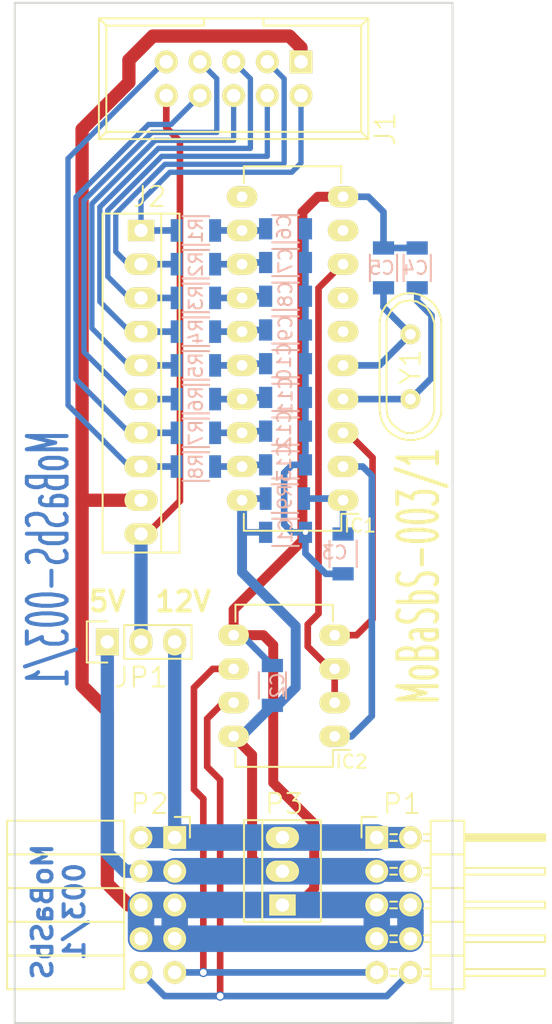
<source format=kicad_pcb>
(kicad_pcb (version 20171130) (host pcbnew "(5.0.2)-1")

  (general
    (thickness 1.6)
    (drawings 10)
    (tracks 236)
    (zones 0)
    (modules 35)
    (nets 29)
  )

  (page A4)
  (title_block
    (title "µProzessor-ATTINY 2313")
    (date 2016-07-18)
    (rev 0)
    (comment 2 MoBaSbS-003)
    (comment 3 "µProzessor Board-ATTINY 2313")
    (comment 4 MoBaSbS)
  )

  (layers
    (0 F.Cu signal)
    (31 B.Cu signal)
    (32 B.Adhes user)
    (33 F.Adhes user)
    (34 B.Paste user)
    (35 F.Paste user)
    (36 B.SilkS user)
    (37 F.SilkS user)
    (38 B.Mask user)
    (39 F.Mask user)
    (40 Dwgs.User user)
    (41 Cmts.User user)
    (42 Eco1.User user)
    (43 Eco2.User user)
    (44 Edge.Cuts user)
    (45 Margin user)
    (46 B.CrtYd user)
    (47 F.CrtYd user)
    (48 B.Fab user)
    (49 F.Fab user)
  )

  (setup
    (last_trace_width 0.25)
    (trace_clearance 0.2)
    (zone_clearance 0.508)
    (zone_45_only no)
    (trace_min 0.2)
    (segment_width 0.2)
    (edge_width 0.15)
    (via_size 0.7)
    (via_drill 0.5)
    (via_min_size 0.5)
    (via_min_drill 0.3)
    (uvia_size 0.3)
    (uvia_drill 0.1)
    (uvias_allowed no)
    (uvia_min_size 0.2)
    (uvia_min_drill 0.1)
    (pcb_text_width 0.3)
    (pcb_text_size 1.5 1.5)
    (mod_edge_width 0.15)
    (mod_text_size 1 1)
    (mod_text_width 0.15)
    (pad_size 1.524 1.524)
    (pad_drill 0.762)
    (pad_to_mask_clearance 0.2)
    (solder_mask_min_width 0.25)
    (aux_axis_origin 0 0)
    (grid_origin 70.485 127)
    (visible_elements 7FFFFFFF)
    (pcbplotparams
      (layerselection 0x00030_80000001)
      (usegerberextensions false)
      (usegerberattributes false)
      (usegerberadvancedattributes false)
      (creategerberjobfile false)
      (excludeedgelayer true)
      (linewidth 0.100000)
      (plotframeref false)
      (viasonmask false)
      (mode 1)
      (useauxorigin false)
      (hpglpennumber 1)
      (hpglpenspeed 20)
      (hpglpendiameter 15.000000)
      (psnegative false)
      (psa4output false)
      (plotreference true)
      (plotvalue true)
      (plotinvisibletext false)
      (padsonsilk false)
      (subtractmaskfromsilk false)
      (outputformat 1)
      (mirror false)
      (drillshape 1)
      (scaleselection 1)
      (outputdirectory ""))
  )

  (net 0 "")
  (net 1 GND)
  (net 2 "Net-(C6-Pad2)")
  (net 3 "Net-(C7-Pad2)")
  (net 4 "Net-(C8-Pad2)")
  (net 5 +5V)
  (net 6 "Net-(IC1-Pad2)")
  (net 7 "Net-(IC1-Pad3)")
  (net 8 "Net-(IC1-Pad8)")
  (net 9 "Net-(IC2-Pad6)")
  (net 10 "Net-(IC2-Pad7)")
  (net 11 +12V)
  (net 12 "Net-(C3-Pad1)")
  (net 13 "Net-(C9-Pad2)")
  (net 14 "Net-(C10-Pad2)")
  (net 15 "Net-(C11-Pad2)")
  (net 16 "Net-(C12-Pad2)")
  (net 17 "Net-(C13-Pad2)")
  (net 18 "Net-(J1-Pad2)")
  (net 19 "Net-(J1-Pad3)")
  (net 20 "Net-(J1-Pad4)")
  (net 21 "Net-(J1-Pad5)")
  (net 22 "Net-(J1-Pad6)")
  (net 23 "Net-(J1-Pad7)")
  (net 24 "Net-(J1-Pad8)")
  (net 25 "Net-(J1-Pad9)")
  (net 26 "Net-(J1-Pad10)")
  (net 27 "Net-(C4-Pad1)")
  (net 28 "Net-(C5-Pad1)")

  (net_class Default "Dies ist die voreingestellte Netzklasse."
    (clearance 0.2)
    (trace_width 0.25)
    (via_dia 0.7)
    (via_drill 0.5)
    (uvia_dia 0.3)
    (uvia_drill 0.1)
    (add_net +12V)
    (add_net +5V)
    (add_net GND)
    (add_net "Net-(C10-Pad2)")
    (add_net "Net-(C11-Pad2)")
    (add_net "Net-(C12-Pad2)")
    (add_net "Net-(C13-Pad2)")
    (add_net "Net-(C3-Pad1)")
    (add_net "Net-(C4-Pad1)")
    (add_net "Net-(C5-Pad1)")
    (add_net "Net-(C6-Pad2)")
    (add_net "Net-(C7-Pad2)")
    (add_net "Net-(C8-Pad2)")
    (add_net "Net-(C9-Pad2)")
    (add_net "Net-(IC1-Pad2)")
    (add_net "Net-(IC1-Pad3)")
    (add_net "Net-(IC1-Pad8)")
    (add_net "Net-(IC2-Pad6)")
    (add_net "Net-(IC2-Pad7)")
    (add_net "Net-(J1-Pad10)")
    (add_net "Net-(J1-Pad2)")
    (add_net "Net-(J1-Pad3)")
    (add_net "Net-(J1-Pad4)")
    (add_net "Net-(J1-Pad5)")
    (add_net "Net-(J1-Pad6)")
    (add_net "Net-(J1-Pad7)")
    (add_net "Net-(J1-Pad8)")
    (add_net "Net-(J1-Pad9)")
  )

  (module Resistors_SMD:R_1206 (layer B.Cu) (tedit 574AC244) (tstamp 573234DC)
    (at 148.918 58.42)
    (descr "Resistor SMD 1206, reflow soldering, Vishay (see dcrcw.pdf)")
    (tags "resistor 1206")
    (path /571D3830)
    (attr smd)
    (fp_text reference R1 (at 0 0 270) (layer B.SilkS)
      (effects (font (size 1 1) (thickness 0.15)) (justify mirror))
    )
    (fp_text value 10K0 (at 0 -2.3) (layer B.Fab) hide
      (effects (font (size 1 1) (thickness 0.15)) (justify mirror))
    )
    (fp_line (start -2.2 1.2) (end 2.2 1.2) (layer B.CrtYd) (width 0.05))
    (fp_line (start -2.2 -1.2) (end 2.2 -1.2) (layer B.CrtYd) (width 0.05))
    (fp_line (start -2.2 1.2) (end -2.2 -1.2) (layer B.CrtYd) (width 0.05))
    (fp_line (start 2.2 1.2) (end 2.2 -1.2) (layer B.CrtYd) (width 0.05))
    (fp_line (start 1 -1.075) (end -1 -1.075) (layer B.SilkS) (width 0.15))
    (fp_line (start -1 1.075) (end 1 1.075) (layer B.SilkS) (width 0.15))
    (pad 1 smd rect (at -1.45 0) (size 0.9 1.7) (layers B.Cu B.Paste B.Mask)
      (net 18 "Net-(J1-Pad2)"))
    (pad 2 smd rect (at 1.45 0) (size 0.9 1.7) (layers B.Cu B.Paste B.Mask)
      (net 2 "Net-(C6-Pad2)"))
    (model Resistors_SMD.3dshapes/R_1206.wrl
      (at (xyz 0 0 0))
      (scale (xyz 1 1 1))
      (rotate (xyz 0 0 0))
    )
  )

  (module Crystals:Crystal_HC49-U_Vertical (layer F.Cu) (tedit 57783517) (tstamp 571D252D)
    (at 165.1 68.67906 90)
    (descr "Crystal Quarz HC49/U vertical stehend")
    (tags "Crystal Quarz HC49/U vertical stehend")
    (path /571D0D1C)
    (fp_text reference Y1 (at 0 0 90) (layer F.SilkS)
      (effects (font (size 1.5 1.5) (thickness 0.15)))
    )
    (fp_text value 8MHz (at 0.53594 1.27 90) (layer F.Fab) hide
      (effects (font (size 1 1) (thickness 0.15)))
    )
    (fp_line (start 4.699 -1.00076) (end 4.89966 -0.59944) (layer F.SilkS) (width 0.15))
    (fp_line (start 4.89966 -0.59944) (end 5.00126 0) (layer F.SilkS) (width 0.15))
    (fp_line (start 5.00126 0) (end 4.89966 0.50038) (layer F.SilkS) (width 0.15))
    (fp_line (start 4.89966 0.50038) (end 4.50088 1.19888) (layer F.SilkS) (width 0.15))
    (fp_line (start 4.50088 1.19888) (end 3.8989 1.6002) (layer F.SilkS) (width 0.15))
    (fp_line (start 3.8989 1.6002) (end 3.29946 1.80086) (layer F.SilkS) (width 0.15))
    (fp_line (start 3.29946 1.80086) (end -3.29946 1.80086) (layer F.SilkS) (width 0.15))
    (fp_line (start -3.29946 1.80086) (end -4.0005 1.6002) (layer F.SilkS) (width 0.15))
    (fp_line (start -4.0005 1.6002) (end -4.39928 1.30048) (layer F.SilkS) (width 0.15))
    (fp_line (start -4.39928 1.30048) (end -4.8006 0.8001) (layer F.SilkS) (width 0.15))
    (fp_line (start -4.8006 0.8001) (end -5.00126 0.20066) (layer F.SilkS) (width 0.15))
    (fp_line (start -5.00126 0.20066) (end -5.00126 -0.29972) (layer F.SilkS) (width 0.15))
    (fp_line (start -5.00126 -0.29972) (end -4.8006 -0.8001) (layer F.SilkS) (width 0.15))
    (fp_line (start -4.8006 -0.8001) (end -4.30022 -1.39954) (layer F.SilkS) (width 0.15))
    (fp_line (start -4.30022 -1.39954) (end -3.79984 -1.69926) (layer F.SilkS) (width 0.15))
    (fp_line (start -3.79984 -1.69926) (end -3.29946 -1.80086) (layer F.SilkS) (width 0.15))
    (fp_line (start -3.2004 -1.80086) (end 3.40106 -1.80086) (layer F.SilkS) (width 0.15))
    (fp_line (start 3.40106 -1.80086) (end 3.79984 -1.69926) (layer F.SilkS) (width 0.15))
    (fp_line (start 3.79984 -1.69926) (end 4.30022 -1.39954) (layer F.SilkS) (width 0.15))
    (fp_line (start 4.30022 -1.39954) (end 4.8006 -0.89916) (layer F.SilkS) (width 0.15))
    (fp_line (start -3.19024 -2.32918) (end -3.64998 -2.28092) (layer F.SilkS) (width 0.15))
    (fp_line (start -3.64998 -2.28092) (end -4.04876 -2.16916) (layer F.SilkS) (width 0.15))
    (fp_line (start -4.04876 -2.16916) (end -4.48056 -1.95072) (layer F.SilkS) (width 0.15))
    (fp_line (start -4.48056 -1.95072) (end -4.77012 -1.71958) (layer F.SilkS) (width 0.15))
    (fp_line (start -4.77012 -1.71958) (end -5.10032 -1.36906) (layer F.SilkS) (width 0.15))
    (fp_line (start -5.10032 -1.36906) (end -5.38988 -0.83058) (layer F.SilkS) (width 0.15))
    (fp_line (start -5.38988 -0.83058) (end -5.51942 -0.23114) (layer F.SilkS) (width 0.15))
    (fp_line (start -5.51942 -0.23114) (end -5.51942 0.2794) (layer F.SilkS) (width 0.15))
    (fp_line (start -5.51942 0.2794) (end -5.34924 0.98044) (layer F.SilkS) (width 0.15))
    (fp_line (start -5.34924 0.98044) (end -4.95046 1.56972) (layer F.SilkS) (width 0.15))
    (fp_line (start -4.95046 1.56972) (end -4.49072 1.94056) (layer F.SilkS) (width 0.15))
    (fp_line (start -4.49072 1.94056) (end -4.06908 2.14884) (layer F.SilkS) (width 0.15))
    (fp_line (start -4.06908 2.14884) (end -3.6195 2.30886) (layer F.SilkS) (width 0.15))
    (fp_line (start -3.6195 2.30886) (end -3.18008 2.33934) (layer F.SilkS) (width 0.15))
    (fp_line (start 4.16052 2.1209) (end 4.53898 1.89992) (layer F.SilkS) (width 0.15))
    (fp_line (start 4.53898 1.89992) (end 4.85902 1.62052) (layer F.SilkS) (width 0.15))
    (fp_line (start 4.85902 1.62052) (end 5.11048 1.29032) (layer F.SilkS) (width 0.15))
    (fp_line (start 5.11048 1.29032) (end 5.4102 0.73914) (layer F.SilkS) (width 0.15))
    (fp_line (start 5.4102 0.73914) (end 5.51942 0.26924) (layer F.SilkS) (width 0.15))
    (fp_line (start 5.51942 0.26924) (end 5.53974 -0.1905) (layer F.SilkS) (width 0.15))
    (fp_line (start 5.53974 -0.1905) (end 5.45084 -0.65024) (layer F.SilkS) (width 0.15))
    (fp_line (start 5.45084 -0.65024) (end 5.26034 -1.09982) (layer F.SilkS) (width 0.15))
    (fp_line (start 5.26034 -1.09982) (end 4.89966 -1.56972) (layer F.SilkS) (width 0.15))
    (fp_line (start 4.89966 -1.56972) (end 4.54914 -1.88976) (layer F.SilkS) (width 0.15))
    (fp_line (start 4.54914 -1.88976) (end 4.16052 -2.1209) (layer F.SilkS) (width 0.15))
    (fp_line (start 4.16052 -2.1209) (end 3.73126 -2.2606) (layer F.SilkS) (width 0.15))
    (fp_line (start 3.73126 -2.2606) (end 3.2893 -2.32918) (layer F.SilkS) (width 0.15))
    (fp_line (start -3.2004 2.32918) (end 3.2512 2.32918) (layer F.SilkS) (width 0.15))
    (fp_line (start 3.2512 2.32918) (end 3.6703 2.29108) (layer F.SilkS) (width 0.15))
    (fp_line (start 3.6703 2.29108) (end 4.16052 2.1209) (layer F.SilkS) (width 0.15))
    (fp_line (start -3.2004 -2.32918) (end 3.2512 -2.32918) (layer F.SilkS) (width 0.15))
    (pad 1 thru_hole circle (at -2.44094 0 90) (size 1.50114 1.50114) (drill 0.8001) (layers *.Cu *.Mask F.SilkS)
      (net 27 "Net-(C4-Pad1)"))
    (pad 2 thru_hole circle (at 2.44094 0 90) (size 1.50114 1.50114) (drill 0.8001) (layers *.Cu *.Mask F.SilkS)
      (net 28 "Net-(C5-Pad1)"))
  )

  (module Housings_DIP:DIP-8_W7.62mm_LongPads (layer F.Cu) (tedit 577833F3) (tstamp 571FCA0A)
    (at 159.385 96.52 180)
    (descr "8-lead dip package, row spacing 7.62 mm (300 mils), longer pads")
    (tags "dil dip 2.54 300")
    (path /571FCEFF)
    (fp_text reference IC2 (at -1.27 -1.905) (layer F.SilkS)
      (effects (font (size 1 1) (thickness 0.15)))
    )
    (fp_text value 485 (at 0 -3.72 180) (layer F.Fab) hide
      (effects (font (size 1 1) (thickness 0.15)))
    )
    (fp_line (start -1.4 -2.45) (end -1.4 10.1) (layer F.CrtYd) (width 0.05))
    (fp_line (start 9 -2.45) (end 9 10.1) (layer F.CrtYd) (width 0.05))
    (fp_line (start -1.4 -2.45) (end 9 -2.45) (layer F.CrtYd) (width 0.05))
    (fp_line (start -1.4 10.1) (end 9 10.1) (layer F.CrtYd) (width 0.05))
    (fp_line (start 0.135 -2.295) (end 0.135 -1.025) (layer F.SilkS) (width 0.15))
    (fp_line (start 7.485 -2.295) (end 7.485 -1.025) (layer F.SilkS) (width 0.15))
    (fp_line (start 7.485 9.915) (end 7.485 8.645) (layer F.SilkS) (width 0.15))
    (fp_line (start 0.135 9.915) (end 0.135 8.645) (layer F.SilkS) (width 0.15))
    (fp_line (start 0.135 -2.295) (end 7.485 -2.295) (layer F.SilkS) (width 0.15))
    (fp_line (start 0.135 9.915) (end 7.485 9.915) (layer F.SilkS) (width 0.15))
    (fp_line (start 0.135 -1.025) (end -1.15 -1.025) (layer F.SilkS) (width 0.15))
    (pad 1 thru_hole oval (at 0 0 180) (size 2.3 1.6) (drill 0.8) (layers *.Cu *.Mask F.SilkS)
      (net 6 "Net-(IC1-Pad2)"))
    (pad 2 thru_hole oval (at 0 2.54 180) (size 2.3 1.6) (drill 0.8) (layers *.Cu *.Mask F.SilkS)
      (net 8 "Net-(IC1-Pad8)"))
    (pad 3 thru_hole oval (at 0 5.08 180) (size 2.3 1.6) (drill 0.8) (layers *.Cu *.Mask F.SilkS)
      (net 8 "Net-(IC1-Pad8)"))
    (pad 4 thru_hole oval (at 0 7.62 180) (size 2.3 1.6) (drill 0.8) (layers *.Cu *.Mask F.SilkS)
      (net 7 "Net-(IC1-Pad3)"))
    (pad 5 thru_hole oval (at 7.62 7.62 180) (size 2.3 1.6) (drill 0.8) (layers *.Cu *.Mask F.SilkS)
      (net 1 GND))
    (pad 6 thru_hole oval (at 7.62 5.08 180) (size 2.3 1.6) (drill 0.8) (layers *.Cu *.Mask F.SilkS)
      (net 9 "Net-(IC2-Pad6)"))
    (pad 7 thru_hole oval (at 7.62 2.54 180) (size 2.3 1.6) (drill 0.8) (layers *.Cu *.Mask F.SilkS)
      (net 10 "Net-(IC2-Pad7)"))
    (pad 8 thru_hole oval (at 7.62 0 180) (size 2.3 1.6) (drill 0.8) (layers *.Cu *.Mask F.SilkS)
      (net 5 +5V))
    (model Housings_DIP.3dshapes/DIP-8_W7.62mm_LongPads.wrl
      (at (xyz 0 0 0))
      (scale (xyz 1 1 1))
      (rotate (xyz 0 0 0))
    )
  )

  (module Housings_DIP:DIP-20_W7.62mm_LongPads (layer F.Cu) (tedit 57783432) (tstamp 571D22DD)
    (at 160.02 78.74 180)
    (descr "20-lead dip package, row spacing 7.62 mm (300 mils), longer pads")
    (tags "dil dip 2.54 300")
    (path /571D0BAD)
    (fp_text reference IC1 (at -1.27 -1.905 180) (layer F.SilkS)
      (effects (font (size 1 1) (thickness 0.15)))
    )
    (fp_text value ATTINY2313-S (at 0 -3.72 180) (layer F.Fab) hide
      (effects (font (size 1 1) (thickness 0.15)))
    )
    (fp_line (start -1.4 -2.45) (end -1.4 25.35) (layer F.CrtYd) (width 0.05))
    (fp_line (start 9 -2.45) (end 9 25.35) (layer F.CrtYd) (width 0.05))
    (fp_line (start -1.4 -2.45) (end 9 -2.45) (layer F.CrtYd) (width 0.05))
    (fp_line (start -1.4 25.35) (end 9 25.35) (layer F.CrtYd) (width 0.05))
    (fp_line (start 0.135 -2.295) (end 0.135 -1.025) (layer F.SilkS) (width 0.15))
    (fp_line (start 7.485 -2.295) (end 7.485 -1.025) (layer F.SilkS) (width 0.15))
    (fp_line (start 7.485 25.155) (end 7.485 23.885) (layer F.SilkS) (width 0.15))
    (fp_line (start 0.135 25.155) (end 0.135 23.885) (layer F.SilkS) (width 0.15))
    (fp_line (start 0.135 -2.295) (end 7.485 -2.295) (layer F.SilkS) (width 0.15))
    (fp_line (start 0.135 25.155) (end 7.485 25.155) (layer F.SilkS) (width 0.15))
    (fp_line (start 0.135 -1.025) (end -1.15 -1.025) (layer F.SilkS) (width 0.15))
    (pad 1 thru_hole oval (at 0 0 180) (size 2.3 1.6) (drill 0.8) (layers *.Cu *.Mask F.SilkS)
      (net 12 "Net-(C3-Pad1)"))
    (pad 2 thru_hole oval (at 0 2.54 180) (size 2.3 1.6) (drill 0.8) (layers *.Cu *.Mask F.SilkS)
      (net 6 "Net-(IC1-Pad2)"))
    (pad 3 thru_hole oval (at 0 5.08 180) (size 2.3 1.6) (drill 0.8) (layers *.Cu *.Mask F.SilkS)
      (net 7 "Net-(IC1-Pad3)"))
    (pad 4 thru_hole oval (at 0 7.62 180) (size 2.3 1.6) (drill 0.8) (layers *.Cu *.Mask F.SilkS)
      (net 27 "Net-(C4-Pad1)"))
    (pad 5 thru_hole oval (at 0 10.16 180) (size 2.3 1.6) (drill 0.8) (layers *.Cu *.Mask F.SilkS)
      (net 28 "Net-(C5-Pad1)"))
    (pad 6 thru_hole oval (at 0 12.7 180) (size 2.3 1.6) (drill 0.8) (layers *.Cu *.Mask F.SilkS))
    (pad 7 thru_hole oval (at 0 15.24 180) (size 2.3 1.6) (drill 0.8) (layers *.Cu *.Mask F.SilkS))
    (pad 8 thru_hole oval (at 0 17.78 180) (size 2.3 1.6) (drill 0.8) (layers *.Cu *.Mask F.SilkS)
      (net 8 "Net-(IC1-Pad8)"))
    (pad 9 thru_hole oval (at 0 20.32 180) (size 2.3 1.6) (drill 0.8) (layers *.Cu *.Mask F.SilkS))
    (pad 10 thru_hole oval (at 0 22.86 180) (size 2.3 1.6) (drill 0.8) (layers *.Cu *.Mask F.SilkS)
      (net 1 GND))
    (pad 11 thru_hole oval (at 7.62 22.86 180) (size 2.3 1.6) (drill 0.8) (layers *.Cu *.Mask F.SilkS))
    (pad 12 thru_hole oval (at 7.62 20.32 180) (size 2.3 1.6) (drill 0.8) (layers *.Cu *.Mask F.SilkS)
      (net 2 "Net-(C6-Pad2)"))
    (pad 13 thru_hole oval (at 7.62 17.78 180) (size 2.3 1.6) (drill 0.8) (layers *.Cu *.Mask F.SilkS)
      (net 3 "Net-(C7-Pad2)"))
    (pad 14 thru_hole oval (at 7.62 15.24 180) (size 2.3 1.6) (drill 0.8) (layers *.Cu *.Mask F.SilkS)
      (net 4 "Net-(C8-Pad2)"))
    (pad 15 thru_hole oval (at 7.62 12.7 180) (size 2.3 1.6) (drill 0.8) (layers *.Cu *.Mask F.SilkS)
      (net 13 "Net-(C9-Pad2)"))
    (pad 16 thru_hole oval (at 7.62 10.16 180) (size 2.3 1.6) (drill 0.8) (layers *.Cu *.Mask F.SilkS)
      (net 14 "Net-(C10-Pad2)"))
    (pad 17 thru_hole oval (at 7.62 7.62 180) (size 2.3 1.6) (drill 0.8) (layers *.Cu *.Mask F.SilkS)
      (net 15 "Net-(C11-Pad2)"))
    (pad 18 thru_hole oval (at 7.62 5.08 180) (size 2.3 1.6) (drill 0.8) (layers *.Cu *.Mask F.SilkS)
      (net 16 "Net-(C12-Pad2)"))
    (pad 19 thru_hole oval (at 7.62 2.54 180) (size 2.3 1.6) (drill 0.8) (layers *.Cu *.Mask F.SilkS)
      (net 17 "Net-(C13-Pad2)"))
    (pad 20 thru_hole oval (at 7.62 0 180) (size 2.3 1.6) (drill 0.8) (layers *.Cu *.Mask F.SilkS)
      (net 5 +5V))
    (model Housings_DIP.3dshapes/DIP-20_W7.62mm_LongPads.wrl
      (at (xyz 0 0 0))
      (scale (xyz 1 1 1))
      (rotate (xyz 0 0 0))
    )
  )

  (module Capacitors_SMD:C_1206 (layer B.Cu) (tedit 574AC1A4) (tstamp 571D25A7)
    (at 155.678 81.153)
    (descr "Capacitor SMD 1206, reflow soldering, AVX (see smccp.pdf)")
    (tags "capacitor 1206")
    (path /571D17D7)
    (attr smd)
    (fp_text reference C1 (at 0 -0.127 270) (layer B.SilkS)
      (effects (font (size 1 1) (thickness 0.15)) (justify mirror))
    )
    (fp_text value 100nF (at 0 -2.3) (layer B.Fab) hide
      (effects (font (size 1 1) (thickness 0.15)) (justify mirror))
    )
    (fp_line (start -2.3 1.15) (end 2.3 1.15) (layer B.CrtYd) (width 0.05))
    (fp_line (start -2.3 -1.15) (end 2.3 -1.15) (layer B.CrtYd) (width 0.05))
    (fp_line (start -2.3 1.15) (end -2.3 -1.15) (layer B.CrtYd) (width 0.05))
    (fp_line (start 2.3 1.15) (end 2.3 -1.15) (layer B.CrtYd) (width 0.05))
    (fp_line (start 1 1.025) (end -1 1.025) (layer B.SilkS) (width 0.15))
    (fp_line (start -1 -1.025) (end 1 -1.025) (layer B.SilkS) (width 0.15))
    (pad 1 smd rect (at -1.5 0) (size 1 1.6) (layers B.Cu B.Paste B.Mask)
      (net 5 +5V))
    (pad 2 smd rect (at 1.5 0) (size 1 1.6) (layers B.Cu B.Paste B.Mask)
      (net 1 GND))
    (model Capacitors_SMD.3dshapes/C_1206.wrl
      (at (xyz 0 0 0))
      (scale (xyz 1 1 1))
      (rotate (xyz 0 0 0))
    )
  )

  (module Capacitors_SMD:C_1206 (layer B.Cu) (tedit 574A9EA1) (tstamp 571D25AC)
    (at 154.686 92.686 270)
    (descr "Capacitor SMD 1206, reflow soldering, AVX (see smccp.pdf)")
    (tags "capacitor 1206")
    (path /571FE96F)
    (attr smd)
    (fp_text reference C2 (at 0 -0.381 270) (layer B.SilkS)
      (effects (font (size 1 1) (thickness 0.15)) (justify mirror))
    )
    (fp_text value 100nF (at 0 -2.3 270) (layer B.Fab) hide
      (effects (font (size 1 1) (thickness 0.15)) (justify mirror))
    )
    (fp_line (start -2.3 1.15) (end 2.3 1.15) (layer B.CrtYd) (width 0.05))
    (fp_line (start -2.3 -1.15) (end 2.3 -1.15) (layer B.CrtYd) (width 0.05))
    (fp_line (start -2.3 1.15) (end -2.3 -1.15) (layer B.CrtYd) (width 0.05))
    (fp_line (start 2.3 1.15) (end 2.3 -1.15) (layer B.CrtYd) (width 0.05))
    (fp_line (start 1 1.025) (end -1 1.025) (layer B.SilkS) (width 0.15))
    (fp_line (start -1 -1.025) (end 1 -1.025) (layer B.SilkS) (width 0.15))
    (pad 1 smd rect (at -1.5 0 270) (size 1 1.6) (layers B.Cu B.Paste B.Mask)
      (net 1 GND))
    (pad 2 smd rect (at 1.5 0 270) (size 1 1.6) (layers B.Cu B.Paste B.Mask)
      (net 5 +5V))
    (model Capacitors_SMD.3dshapes/C_1206.wrl
      (at (xyz 0 0 0))
      (scale (xyz 1 1 1))
      (rotate (xyz 0 0 0))
    )
  )

  (module Capacitors_SMD:C_1206 (layer B.Cu) (tedit 574AC1B1) (tstamp 571D25B1)
    (at 160.02 82.78 270)
    (descr "Capacitor SMD 1206, reflow soldering, AVX (see smccp.pdf)")
    (tags "capacitor 1206")
    (path /571D1BE0)
    (attr smd)
    (fp_text reference C3 (at -0.103 0.635 180) (layer B.SilkS)
      (effects (font (size 1 1) (thickness 0.15)) (justify mirror))
    )
    (fp_text value 100nF (at 0 -2.3 270) (layer B.Fab) hide
      (effects (font (size 1 1) (thickness 0.15)) (justify mirror))
    )
    (fp_line (start -2.3 1.15) (end 2.3 1.15) (layer B.CrtYd) (width 0.05))
    (fp_line (start -2.3 -1.15) (end 2.3 -1.15) (layer B.CrtYd) (width 0.05))
    (fp_line (start -2.3 1.15) (end -2.3 -1.15) (layer B.CrtYd) (width 0.05))
    (fp_line (start 2.3 1.15) (end 2.3 -1.15) (layer B.CrtYd) (width 0.05))
    (fp_line (start 1 1.025) (end -1 1.025) (layer B.SilkS) (width 0.15))
    (fp_line (start -1 -1.025) (end 1 -1.025) (layer B.SilkS) (width 0.15))
    (pad 1 smd rect (at -1.5 0 270) (size 1 1.6) (layers B.Cu B.Paste B.Mask)
      (net 12 "Net-(C3-Pad1)"))
    (pad 2 smd rect (at 1.5 0 270) (size 1 1.6) (layers B.Cu B.Paste B.Mask)
      (net 1 GND))
    (model Capacitors_SMD.3dshapes/C_1206.wrl
      (at (xyz 0 0 0))
      (scale (xyz 1 1 1))
      (rotate (xyz 0 0 0))
    )
  )

  (module Capacitors_SMD:C_1206 (layer B.Cu) (tedit 577834E4) (tstamp 571D25B6)
    (at 165.608 61.238 90)
    (descr "Capacitor SMD 1206, reflow soldering, AVX (see smccp.pdf)")
    (tags "capacitor 1206")
    (path /571D0E08)
    (attr smd)
    (fp_text reference C4 (at 0 -0.127 180) (layer B.SilkS)
      (effects (font (size 1 1) (thickness 0.15)) (justify mirror))
    )
    (fp_text value 33pF (at 0.357 -0.127 90) (layer B.Fab) hide
      (effects (font (size 1 1) (thickness 0.15)) (justify mirror))
    )
    (fp_line (start -2.3 1.15) (end 2.3 1.15) (layer B.CrtYd) (width 0.05))
    (fp_line (start -2.3 -1.15) (end 2.3 -1.15) (layer B.CrtYd) (width 0.05))
    (fp_line (start -2.3 1.15) (end -2.3 -1.15) (layer B.CrtYd) (width 0.05))
    (fp_line (start 2.3 1.15) (end 2.3 -1.15) (layer B.CrtYd) (width 0.05))
    (fp_line (start 1 1.025) (end -1 1.025) (layer B.SilkS) (width 0.15))
    (fp_line (start -1 -1.025) (end 1 -1.025) (layer B.SilkS) (width 0.15))
    (pad 1 smd rect (at -1.5 0 90) (size 1 1.6) (layers B.Cu B.Paste B.Mask)
      (net 27 "Net-(C4-Pad1)"))
    (pad 2 smd rect (at 1.5 0 90) (size 1 1.6) (layers B.Cu B.Paste B.Mask)
      (net 1 GND))
    (model Capacitors_SMD.3dshapes/C_1206.wrl
      (at (xyz 0 0 0))
      (scale (xyz 1 1 1))
      (rotate (xyz 0 0 0))
    )
  )

  (module Capacitors_SMD:C_1206 (layer B.Cu) (tedit 577834D9) (tstamp 571D25BB)
    (at 163.068 61.238 90)
    (descr "Capacitor SMD 1206, reflow soldering, AVX (see smccp.pdf)")
    (tags "capacitor 1206")
    (path /571D0DCD)
    (attr smd)
    (fp_text reference C5 (at 0 -0.127 180) (layer B.SilkS)
      (effects (font (size 1 1) (thickness 0.15)) (justify mirror))
    )
    (fp_text value 33pF (at 0.357 -0.127 90) (layer B.Fab) hide
      (effects (font (size 1 1) (thickness 0.15)) (justify mirror))
    )
    (fp_line (start -2.3 1.15) (end 2.3 1.15) (layer B.CrtYd) (width 0.05))
    (fp_line (start -2.3 -1.15) (end 2.3 -1.15) (layer B.CrtYd) (width 0.05))
    (fp_line (start -2.3 1.15) (end -2.3 -1.15) (layer B.CrtYd) (width 0.05))
    (fp_line (start 2.3 1.15) (end 2.3 -1.15) (layer B.CrtYd) (width 0.05))
    (fp_line (start 1 1.025) (end -1 1.025) (layer B.SilkS) (width 0.15))
    (fp_line (start -1 -1.025) (end 1 -1.025) (layer B.SilkS) (width 0.15))
    (pad 1 smd rect (at -1.5 0 90) (size 1 1.6) (layers B.Cu B.Paste B.Mask)
      (net 28 "Net-(C5-Pad1)"))
    (pad 2 smd rect (at 1.5 0 90) (size 1 1.6) (layers B.Cu B.Paste B.Mask)
      (net 1 GND))
    (model Capacitors_SMD.3dshapes/C_1206.wrl
      (at (xyz 0 0 0))
      (scale (xyz 1 1 1))
      (rotate (xyz 0 0 0))
    )
  )

  (module Capacitors_SMD:C_1206 (layer B.Cu) (tedit 574AC1F2) (tstamp 571D25C0)
    (at 155.678 58.293 180)
    (descr "Capacitor SMD 1206, reflow soldering, AVX (see smccp.pdf)")
    (tags "capacitor 1206")
    (path /571D28F5)
    (attr smd)
    (fp_text reference C6 (at 0.103 0.127 90) (layer B.SilkS)
      (effects (font (size 1 1) (thickness 0.15)) (justify mirror))
    )
    (fp_text value 47nF (at 0 -2.3 180) (layer B.Fab) hide
      (effects (font (size 1 1) (thickness 0.15)) (justify mirror))
    )
    (fp_line (start -2.3 1.15) (end 2.3 1.15) (layer B.CrtYd) (width 0.05))
    (fp_line (start -2.3 -1.15) (end 2.3 -1.15) (layer B.CrtYd) (width 0.05))
    (fp_line (start -2.3 1.15) (end -2.3 -1.15) (layer B.CrtYd) (width 0.05))
    (fp_line (start 2.3 1.15) (end 2.3 -1.15) (layer B.CrtYd) (width 0.05))
    (fp_line (start 1 1.025) (end -1 1.025) (layer B.SilkS) (width 0.15))
    (fp_line (start -1 -1.025) (end 1 -1.025) (layer B.SilkS) (width 0.15))
    (pad 1 smd rect (at -1.5 0 180) (size 1 1.6) (layers B.Cu B.Paste B.Mask)
      (net 1 GND))
    (pad 2 smd rect (at 1.5 0 180) (size 1 1.6) (layers B.Cu B.Paste B.Mask)
      (net 2 "Net-(C6-Pad2)"))
    (model Capacitors_SMD.3dshapes/C_1206.wrl
      (at (xyz 0 0 0))
      (scale (xyz 1 1 1))
      (rotate (xyz 0 0 0))
    )
  )

  (module Capacitors_SMD:C_1206 (layer B.Cu) (tedit 574AC1FA) (tstamp 571D25C5)
    (at 155.678 60.833 180)
    (descr "Capacitor SMD 1206, reflow soldering, AVX (see smccp.pdf)")
    (tags "capacitor 1206")
    (path /571D296A)
    (attr smd)
    (fp_text reference C7 (at 0 0.127 90) (layer B.SilkS)
      (effects (font (size 1 1) (thickness 0.15)) (justify mirror))
    )
    (fp_text value 47nF (at 0 -2.3 180) (layer B.Fab) hide
      (effects (font (size 1 1) (thickness 0.15)) (justify mirror))
    )
    (fp_line (start -2.3 1.15) (end 2.3 1.15) (layer B.CrtYd) (width 0.05))
    (fp_line (start -2.3 -1.15) (end 2.3 -1.15) (layer B.CrtYd) (width 0.05))
    (fp_line (start -2.3 1.15) (end -2.3 -1.15) (layer B.CrtYd) (width 0.05))
    (fp_line (start 2.3 1.15) (end 2.3 -1.15) (layer B.CrtYd) (width 0.05))
    (fp_line (start 1 1.025) (end -1 1.025) (layer B.SilkS) (width 0.15))
    (fp_line (start -1 -1.025) (end 1 -1.025) (layer B.SilkS) (width 0.15))
    (pad 1 smd rect (at -1.5 0 180) (size 1 1.6) (layers B.Cu B.Paste B.Mask)
      (net 1 GND))
    (pad 2 smd rect (at 1.5 0 180) (size 1 1.6) (layers B.Cu B.Paste B.Mask)
      (net 3 "Net-(C7-Pad2)"))
    (model Capacitors_SMD.3dshapes/C_1206.wrl
      (at (xyz 0 0 0))
      (scale (xyz 1 1 1))
      (rotate (xyz 0 0 0))
    )
  )

  (module Capacitors_SMD:C_1206 (layer B.Cu) (tedit 574AC201) (tstamp 571D25CA)
    (at 155.678 63.373 180)
    (descr "Capacitor SMD 1206, reflow soldering, AVX (see smccp.pdf)")
    (tags "capacitor 1206")
    (path /571D29B7)
    (attr smd)
    (fp_text reference C8 (at 0 0.127 90) (layer B.SilkS)
      (effects (font (size 1 1) (thickness 0.15)) (justify mirror))
    )
    (fp_text value 47nF (at 0 -2.3 180) (layer B.Fab) hide
      (effects (font (size 1 1) (thickness 0.15)) (justify mirror))
    )
    (fp_line (start -2.3 1.15) (end 2.3 1.15) (layer B.CrtYd) (width 0.05))
    (fp_line (start -2.3 -1.15) (end 2.3 -1.15) (layer B.CrtYd) (width 0.05))
    (fp_line (start -2.3 1.15) (end -2.3 -1.15) (layer B.CrtYd) (width 0.05))
    (fp_line (start 2.3 1.15) (end 2.3 -1.15) (layer B.CrtYd) (width 0.05))
    (fp_line (start 1 1.025) (end -1 1.025) (layer B.SilkS) (width 0.15))
    (fp_line (start -1 -1.025) (end 1 -1.025) (layer B.SilkS) (width 0.15))
    (pad 1 smd rect (at -1.5 0 180) (size 1 1.6) (layers B.Cu B.Paste B.Mask)
      (net 1 GND))
    (pad 2 smd rect (at 1.5 0 180) (size 1 1.6) (layers B.Cu B.Paste B.Mask)
      (net 4 "Net-(C8-Pad2)"))
    (model Capacitors_SMD.3dshapes/C_1206.wrl
      (at (xyz 0 0 0))
      (scale (xyz 1 1 1))
      (rotate (xyz 0 0 0))
    )
  )

  (module Capacitors_SMD:C_1206 (layer B.Cu) (tedit 574AC209) (tstamp 57323483)
    (at 155.678 65.913 180)
    (descr "Capacitor SMD 1206, reflow soldering, AVX (see smccp.pdf)")
    (tags "capacitor 1206")
    (path /571D2A00)
    (attr smd)
    (fp_text reference C9 (at 0 0.127 90) (layer B.SilkS)
      (effects (font (size 1 1) (thickness 0.15)) (justify mirror))
    )
    (fp_text value 47nF (at 0 -2.3 180) (layer B.Fab) hide
      (effects (font (size 1 1) (thickness 0.15)) (justify mirror))
    )
    (fp_line (start -2.3 1.15) (end 2.3 1.15) (layer B.CrtYd) (width 0.05))
    (fp_line (start -2.3 -1.15) (end 2.3 -1.15) (layer B.CrtYd) (width 0.05))
    (fp_line (start -2.3 1.15) (end -2.3 -1.15) (layer B.CrtYd) (width 0.05))
    (fp_line (start 2.3 1.15) (end 2.3 -1.15) (layer B.CrtYd) (width 0.05))
    (fp_line (start 1 1.025) (end -1 1.025) (layer B.SilkS) (width 0.15))
    (fp_line (start -1 -1.025) (end 1 -1.025) (layer B.SilkS) (width 0.15))
    (pad 1 smd rect (at -1.5 0 180) (size 1 1.6) (layers B.Cu B.Paste B.Mask)
      (net 1 GND))
    (pad 2 smd rect (at 1.5 0 180) (size 1 1.6) (layers B.Cu B.Paste B.Mask)
      (net 13 "Net-(C9-Pad2)"))
    (model Capacitors_SMD.3dshapes/C_1206.wrl
      (at (xyz 0 0 0))
      (scale (xyz 1 1 1))
      (rotate (xyz 0 0 0))
    )
  )

  (module Capacitors_SMD:C_1206 (layer B.Cu) (tedit 574AC210) (tstamp 57323489)
    (at 155.678 68.453 180)
    (descr "Capacitor SMD 1206, reflow soldering, AVX (see smccp.pdf)")
    (tags "capacitor 1206")
    (path /571D2A4B)
    (attr smd)
    (fp_text reference C10 (at 0.103 0.127 90) (layer B.SilkS)
      (effects (font (size 1 1) (thickness 0.15)) (justify mirror))
    )
    (fp_text value 47nF (at 0 -2.3 180) (layer B.Fab) hide
      (effects (font (size 1 1) (thickness 0.15)) (justify mirror))
    )
    (fp_line (start -2.3 1.15) (end 2.3 1.15) (layer B.CrtYd) (width 0.05))
    (fp_line (start -2.3 -1.15) (end 2.3 -1.15) (layer B.CrtYd) (width 0.05))
    (fp_line (start -2.3 1.15) (end -2.3 -1.15) (layer B.CrtYd) (width 0.05))
    (fp_line (start 2.3 1.15) (end 2.3 -1.15) (layer B.CrtYd) (width 0.05))
    (fp_line (start 1 1.025) (end -1 1.025) (layer B.SilkS) (width 0.15))
    (fp_line (start -1 -1.025) (end 1 -1.025) (layer B.SilkS) (width 0.15))
    (pad 1 smd rect (at -1.5 0 180) (size 1 1.6) (layers B.Cu B.Paste B.Mask)
      (net 1 GND))
    (pad 2 smd rect (at 1.5 0 180) (size 1 1.6) (layers B.Cu B.Paste B.Mask)
      (net 14 "Net-(C10-Pad2)"))
    (model Capacitors_SMD.3dshapes/C_1206.wrl
      (at (xyz 0 0 0))
      (scale (xyz 1 1 1))
      (rotate (xyz 0 0 0))
    )
  )

  (module Capacitors_SMD:C_1206 (layer B.Cu) (tedit 574AC218) (tstamp 5732348F)
    (at 155.678 70.993 180)
    (descr "Capacitor SMD 1206, reflow soldering, AVX (see smccp.pdf)")
    (tags "capacitor 1206")
    (path /571D2AAE)
    (attr smd)
    (fp_text reference C11 (at 0 0.127 90) (layer B.SilkS)
      (effects (font (size 1 1) (thickness 0.15)) (justify mirror))
    )
    (fp_text value 47nF (at 0 -2.3 180) (layer B.Fab) hide
      (effects (font (size 1 1) (thickness 0.15)) (justify mirror))
    )
    (fp_line (start -2.3 1.15) (end 2.3 1.15) (layer B.CrtYd) (width 0.05))
    (fp_line (start -2.3 -1.15) (end 2.3 -1.15) (layer B.CrtYd) (width 0.05))
    (fp_line (start -2.3 1.15) (end -2.3 -1.15) (layer B.CrtYd) (width 0.05))
    (fp_line (start 2.3 1.15) (end 2.3 -1.15) (layer B.CrtYd) (width 0.05))
    (fp_line (start 1 1.025) (end -1 1.025) (layer B.SilkS) (width 0.15))
    (fp_line (start -1 -1.025) (end 1 -1.025) (layer B.SilkS) (width 0.15))
    (pad 1 smd rect (at -1.5 0 180) (size 1 1.6) (layers B.Cu B.Paste B.Mask)
      (net 1 GND))
    (pad 2 smd rect (at 1.5 0 180) (size 1 1.6) (layers B.Cu B.Paste B.Mask)
      (net 15 "Net-(C11-Pad2)"))
    (model Capacitors_SMD.3dshapes/C_1206.wrl
      (at (xyz 0 0 0))
      (scale (xyz 1 1 1))
      (rotate (xyz 0 0 0))
    )
  )

  (module Capacitors_SMD:C_1206 (layer B.Cu) (tedit 574AC223) (tstamp 57323495)
    (at 155.678 73.533 180)
    (descr "Capacitor SMD 1206, reflow soldering, AVX (see smccp.pdf)")
    (tags "capacitor 1206")
    (path /571D2AF7)
    (attr smd)
    (fp_text reference C12 (at 0.103 0.127 90) (layer B.SilkS)
      (effects (font (size 1 1) (thickness 0.15)) (justify mirror))
    )
    (fp_text value 47nF (at 0 -2.3 180) (layer B.Fab) hide
      (effects (font (size 1 1) (thickness 0.15)) (justify mirror))
    )
    (fp_line (start -2.3 1.15) (end 2.3 1.15) (layer B.CrtYd) (width 0.05))
    (fp_line (start -2.3 -1.15) (end 2.3 -1.15) (layer B.CrtYd) (width 0.05))
    (fp_line (start -2.3 1.15) (end -2.3 -1.15) (layer B.CrtYd) (width 0.05))
    (fp_line (start 2.3 1.15) (end 2.3 -1.15) (layer B.CrtYd) (width 0.05))
    (fp_line (start 1 1.025) (end -1 1.025) (layer B.SilkS) (width 0.15))
    (fp_line (start -1 -1.025) (end 1 -1.025) (layer B.SilkS) (width 0.15))
    (pad 1 smd rect (at -1.5 0 180) (size 1 1.6) (layers B.Cu B.Paste B.Mask)
      (net 1 GND))
    (pad 2 smd rect (at 1.5 0 180) (size 1 1.6) (layers B.Cu B.Paste B.Mask)
      (net 16 "Net-(C12-Pad2)"))
    (model Capacitors_SMD.3dshapes/C_1206.wrl
      (at (xyz 0 0 0))
      (scale (xyz 1 1 1))
      (rotate (xyz 0 0 0))
    )
  )

  (module Capacitors_SMD:C_1206 (layer B.Cu) (tedit 574AC22C) (tstamp 5732349B)
    (at 155.678 76.073 180)
    (descr "Capacitor SMD 1206, reflow soldering, AVX (see smccp.pdf)")
    (tags "capacitor 1206")
    (path /571D2B4C)
    (attr smd)
    (fp_text reference C13 (at 0.103 0.127 90) (layer B.SilkS)
      (effects (font (size 1 1) (thickness 0.15)) (justify mirror))
    )
    (fp_text value 47nF (at 0 -2.3 180) (layer B.Fab) hide
      (effects (font (size 1 1) (thickness 0.15)) (justify mirror))
    )
    (fp_line (start -2.3 1.15) (end 2.3 1.15) (layer B.CrtYd) (width 0.05))
    (fp_line (start -2.3 -1.15) (end 2.3 -1.15) (layer B.CrtYd) (width 0.05))
    (fp_line (start -2.3 1.15) (end -2.3 -1.15) (layer B.CrtYd) (width 0.05))
    (fp_line (start 2.3 1.15) (end 2.3 -1.15) (layer B.CrtYd) (width 0.05))
    (fp_line (start 1 1.025) (end -1 1.025) (layer B.SilkS) (width 0.15))
    (fp_line (start -1 -1.025) (end 1 -1.025) (layer B.SilkS) (width 0.15))
    (pad 1 smd rect (at -1.5 0 180) (size 1 1.6) (layers B.Cu B.Paste B.Mask)
      (net 1 GND))
    (pad 2 smd rect (at 1.5 0 180) (size 1 1.6) (layers B.Cu B.Paste B.Mask)
      (net 17 "Net-(C13-Pad2)"))
    (model Capacitors_SMD.3dshapes/C_1206.wrl
      (at (xyz 0 0 0))
      (scale (xyz 1 1 1))
      (rotate (xyz 0 0 0))
    )
  )

  (module Connect:IDC_Header_Straight_10pins (layer F.Cu) (tedit 57783484) (tstamp 573234A9)
    (at 156.845 45.72 180)
    (descr "10 pins through hole IDC header")
    (tags "IDC header socket VASCH")
    (path /571DAB63)
    (fp_text reference J1 (at -6.35 -5.08 270) (layer F.SilkS)
      (effects (font (size 1.5 1.5) (thickness 0.15)))
    )
    (fp_text value 10-Flachband (at 5.08 3.81 180) (layer F.Fab)
      (effects (font (size 1 1) (thickness 0.15)))
    )
    (fp_line (start -5.08 -5.82) (end 15.24 -5.82) (layer F.SilkS) (width 0.15))
    (fp_line (start -4.54 -5.27) (end 14.68 -5.27) (layer F.SilkS) (width 0.15))
    (fp_line (start -5.08 3.28) (end 15.24 3.28) (layer F.SilkS) (width 0.15))
    (fp_line (start -4.54 2.73) (end 2.83 2.73) (layer F.SilkS) (width 0.15))
    (fp_line (start 7.33 2.73) (end 14.68 2.73) (layer F.SilkS) (width 0.15))
    (fp_line (start 2.83 2.73) (end 2.83 3.28) (layer F.SilkS) (width 0.15))
    (fp_line (start 7.33 2.73) (end 7.33 3.28) (layer F.SilkS) (width 0.15))
    (fp_line (start -5.08 -5.82) (end -5.08 3.28) (layer F.SilkS) (width 0.15))
    (fp_line (start -4.54 -5.27) (end -4.54 2.73) (layer F.SilkS) (width 0.15))
    (fp_line (start 15.24 -5.82) (end 15.24 3.28) (layer F.SilkS) (width 0.15))
    (fp_line (start 14.68 -5.27) (end 14.68 2.73) (layer F.SilkS) (width 0.15))
    (fp_line (start -5.08 -5.82) (end -4.54 -5.27) (layer F.SilkS) (width 0.15))
    (fp_line (start 15.24 -5.82) (end 14.68 -5.27) (layer F.SilkS) (width 0.15))
    (fp_line (start -5.08 3.28) (end -4.54 2.73) (layer F.SilkS) (width 0.15))
    (fp_line (start 15.24 3.28) (end 14.68 2.73) (layer F.SilkS) (width 0.15))
    (fp_line (start -5.35 -6.05) (end 15.5 -6.05) (layer F.CrtYd) (width 0.05))
    (fp_line (start 15.5 -6.05) (end 15.5 3.55) (layer F.CrtYd) (width 0.05))
    (fp_line (start 15.5 3.55) (end -5.35 3.55) (layer F.CrtYd) (width 0.05))
    (fp_line (start -5.35 3.55) (end -5.35 -6.05) (layer F.CrtYd) (width 0.05))
    (pad 1 thru_hole rect (at 0 0 180) (size 1.7272 1.7272) (drill 1.016) (layers *.Cu *.Mask F.SilkS)
      (net 1 GND))
    (pad 2 thru_hole oval (at 0 -2.54 180) (size 1.7272 1.7272) (drill 1.016) (layers *.Cu *.Mask F.SilkS)
      (net 18 "Net-(J1-Pad2)"))
    (pad 3 thru_hole oval (at 2.54 0 180) (size 1.7272 1.7272) (drill 1.016) (layers *.Cu *.Mask F.SilkS)
      (net 19 "Net-(J1-Pad3)"))
    (pad 4 thru_hole oval (at 2.54 -2.54 180) (size 1.7272 1.7272) (drill 1.016) (layers *.Cu *.Mask F.SilkS)
      (net 20 "Net-(J1-Pad4)"))
    (pad 5 thru_hole oval (at 5.08 0 180) (size 1.7272 1.7272) (drill 1.016) (layers *.Cu *.Mask F.SilkS)
      (net 21 "Net-(J1-Pad5)"))
    (pad 6 thru_hole oval (at 5.08 -2.54 180) (size 1.7272 1.7272) (drill 1.016) (layers *.Cu *.Mask F.SilkS)
      (net 22 "Net-(J1-Pad6)"))
    (pad 7 thru_hole oval (at 7.62 0 180) (size 1.7272 1.7272) (drill 1.016) (layers *.Cu *.Mask F.SilkS)
      (net 23 "Net-(J1-Pad7)"))
    (pad 8 thru_hole oval (at 7.62 -2.54 180) (size 1.7272 1.7272) (drill 1.016) (layers *.Cu *.Mask F.SilkS)
      (net 24 "Net-(J1-Pad8)"))
    (pad 9 thru_hole oval (at 10.16 0 180) (size 1.7272 1.7272) (drill 1.016) (layers *.Cu *.Mask F.SilkS)
      (net 25 "Net-(J1-Pad9)"))
    (pad 10 thru_hole oval (at 10.16 -2.54 180) (size 1.7272 1.7272) (drill 1.016) (layers *.Cu *.Mask F.SilkS)
      (net 26 "Net-(J1-Pad10)"))
  )

  (module Pin_Headers:Pin_Header_Angled_2x05 (layer F.Cu) (tedit 577837CF) (tstamp 573234C2)
    (at 162.56 104.14)
    (descr "Through hole pin header")
    (tags "pin header")
    (path /572EAE52)
    (fp_text reference P1 (at 1.905 -2.54) (layer F.SilkS)
      (effects (font (size 1.5 1.5) (thickness 0.15)))
    )
    (fp_text value 2X5_Stecker (at 0 -3.1) (layer F.Fab) hide
      (effects (font (size 1 1) (thickness 0.15)))
    )
    (fp_line (start -1.35 -1.75) (end -1.35 11.95) (layer F.CrtYd) (width 0.05))
    (fp_line (start 13.2 -1.75) (end 13.2 11.95) (layer F.CrtYd) (width 0.05))
    (fp_line (start -1.35 -1.75) (end 13.2 -1.75) (layer F.CrtYd) (width 0.05))
    (fp_line (start -1.35 11.95) (end 13.2 11.95) (layer F.CrtYd) (width 0.05))
    (fp_line (start 1.524 10.414) (end 1.016 10.414) (layer F.SilkS) (width 0.15))
    (fp_line (start 1.524 9.906) (end 1.016 9.906) (layer F.SilkS) (width 0.15))
    (fp_line (start 1.524 7.874) (end 1.016 7.874) (layer F.SilkS) (width 0.15))
    (fp_line (start 1.524 7.366) (end 1.016 7.366) (layer F.SilkS) (width 0.15))
    (fp_line (start 1.524 -0.254) (end 1.016 -0.254) (layer F.SilkS) (width 0.15))
    (fp_line (start 1.524 0.254) (end 1.016 0.254) (layer F.SilkS) (width 0.15))
    (fp_line (start 1.524 5.334) (end 1.016 5.334) (layer F.SilkS) (width 0.15))
    (fp_line (start 1.524 4.826) (end 1.016 4.826) (layer F.SilkS) (width 0.15))
    (fp_line (start 1.524 2.794) (end 1.016 2.794) (layer F.SilkS) (width 0.15))
    (fp_line (start 1.524 2.286) (end 1.016 2.286) (layer F.SilkS) (width 0.15))
    (fp_line (start 4.064 10.414) (end 3.556 10.414) (layer F.SilkS) (width 0.15))
    (fp_line (start 4.064 9.906) (end 3.556 9.906) (layer F.SilkS) (width 0.15))
    (fp_line (start 4.064 -0.254) (end 3.556 -0.254) (layer F.SilkS) (width 0.15))
    (fp_line (start 4.064 0.254) (end 3.556 0.254) (layer F.SilkS) (width 0.15))
    (fp_line (start 4.064 2.286) (end 3.556 2.286) (layer F.SilkS) (width 0.15))
    (fp_line (start 4.064 2.794) (end 3.556 2.794) (layer F.SilkS) (width 0.15))
    (fp_line (start 4.064 7.874) (end 3.556 7.874) (layer F.SilkS) (width 0.15))
    (fp_line (start 4.064 7.366) (end 3.556 7.366) (layer F.SilkS) (width 0.15))
    (fp_line (start 4.064 5.334) (end 3.556 5.334) (layer F.SilkS) (width 0.15))
    (fp_line (start 4.064 4.826) (end 3.556 4.826) (layer F.SilkS) (width 0.15))
    (fp_line (start 0 -1.55) (end -1.15 -1.55) (layer F.SilkS) (width 0.15))
    (fp_line (start -1.15 -1.55) (end -1.15 0) (layer F.SilkS) (width 0.15))
    (fp_line (start 6.604 -0.127) (end 12.573 -0.127) (layer F.SilkS) (width 0.15))
    (fp_line (start 12.573 -0.127) (end 12.573 0.127) (layer F.SilkS) (width 0.15))
    (fp_line (start 12.573 0.127) (end 6.731 0.127) (layer F.SilkS) (width 0.15))
    (fp_line (start 6.731 0.127) (end 6.731 0) (layer F.SilkS) (width 0.15))
    (fp_line (start 6.731 0) (end 12.573 0) (layer F.SilkS) (width 0.15))
    (fp_line (start 4.064 8.89) (end 6.604 8.89) (layer F.SilkS) (width 0.15))
    (fp_line (start 4.064 8.89) (end 4.064 11.43) (layer F.SilkS) (width 0.15))
    (fp_line (start 6.604 9.906) (end 12.7 9.906) (layer F.SilkS) (width 0.15))
    (fp_line (start 12.7 9.906) (end 12.7 10.414) (layer F.SilkS) (width 0.15))
    (fp_line (start 12.7 10.414) (end 6.604 10.414) (layer F.SilkS) (width 0.15))
    (fp_line (start 6.604 11.43) (end 6.604 8.89) (layer F.SilkS) (width 0.15))
    (fp_line (start 4.064 11.43) (end 6.604 11.43) (layer F.SilkS) (width 0.15))
    (fp_line (start 4.064 3.81) (end 6.604 3.81) (layer F.SilkS) (width 0.15))
    (fp_line (start 4.064 3.81) (end 4.064 6.35) (layer F.SilkS) (width 0.15))
    (fp_line (start 4.064 6.35) (end 6.604 6.35) (layer F.SilkS) (width 0.15))
    (fp_line (start 6.604 4.826) (end 12.7 4.826) (layer F.SilkS) (width 0.15))
    (fp_line (start 12.7 4.826) (end 12.7 5.334) (layer F.SilkS) (width 0.15))
    (fp_line (start 12.7 5.334) (end 6.604 5.334) (layer F.SilkS) (width 0.15))
    (fp_line (start 6.604 6.35) (end 6.604 3.81) (layer F.SilkS) (width 0.15))
    (fp_line (start 6.604 8.89) (end 6.604 6.35) (layer F.SilkS) (width 0.15))
    (fp_line (start 12.7 7.874) (end 6.604 7.874) (layer F.SilkS) (width 0.15))
    (fp_line (start 12.7 7.366) (end 12.7 7.874) (layer F.SilkS) (width 0.15))
    (fp_line (start 6.604 7.366) (end 12.7 7.366) (layer F.SilkS) (width 0.15))
    (fp_line (start 4.064 8.89) (end 6.604 8.89) (layer F.SilkS) (width 0.15))
    (fp_line (start 4.064 6.35) (end 4.064 8.89) (layer F.SilkS) (width 0.15))
    (fp_line (start 4.064 6.35) (end 6.604 6.35) (layer F.SilkS) (width 0.15))
    (fp_line (start 4.064 1.27) (end 6.604 1.27) (layer F.SilkS) (width 0.15))
    (fp_line (start 4.064 1.27) (end 4.064 3.81) (layer F.SilkS) (width 0.15))
    (fp_line (start 4.064 3.81) (end 6.604 3.81) (layer F.SilkS) (width 0.15))
    (fp_line (start 6.604 2.286) (end 12.7 2.286) (layer F.SilkS) (width 0.15))
    (fp_line (start 12.7 2.286) (end 12.7 2.794) (layer F.SilkS) (width 0.15))
    (fp_line (start 12.7 2.794) (end 6.604 2.794) (layer F.SilkS) (width 0.15))
    (fp_line (start 6.604 3.81) (end 6.604 1.27) (layer F.SilkS) (width 0.15))
    (fp_line (start 6.604 1.27) (end 6.604 -1.27) (layer F.SilkS) (width 0.15))
    (fp_line (start 12.7 0.254) (end 6.604 0.254) (layer F.SilkS) (width 0.15))
    (fp_line (start 12.7 -0.254) (end 12.7 0.254) (layer F.SilkS) (width 0.15))
    (fp_line (start 6.604 -0.254) (end 12.7 -0.254) (layer F.SilkS) (width 0.15))
    (fp_line (start 4.064 1.27) (end 6.604 1.27) (layer F.SilkS) (width 0.15))
    (fp_line (start 4.064 -1.27) (end 4.064 1.27) (layer F.SilkS) (width 0.15))
    (fp_line (start 4.064 -1.27) (end 6.604 -1.27) (layer F.SilkS) (width 0.15))
    (pad 1 thru_hole rect (at 0 0) (size 1.7272 1.7272) (drill 1.016) (layers *.Cu *.Mask F.SilkS)
      (net 11 +12V))
    (pad 2 thru_hole oval (at 2.54 0) (size 1.7272 1.7272) (drill 1.016) (layers *.Cu *.Mask F.SilkS)
      (net 11 +12V))
    (pad 3 thru_hole oval (at 0 2.54) (size 1.7272 1.7272) (drill 1.016) (layers *.Cu *.Mask F.SilkS)
      (net 5 +5V))
    (pad 4 thru_hole oval (at 2.54 2.54) (size 1.7272 1.7272) (drill 1.016) (layers *.Cu *.Mask F.SilkS)
      (net 5 +5V))
    (pad 5 thru_hole oval (at 0 5.08) (size 1.7272 1.7272) (drill 1.016) (layers *.Cu *.Mask F.SilkS)
      (net 1 GND))
    (pad 6 thru_hole oval (at 2.54 5.08) (size 1.7272 1.7272) (drill 1.016) (layers *.Cu *.Mask F.SilkS)
      (net 1 GND))
    (pad 7 thru_hole oval (at 0 7.62) (size 1.7272 1.7272) (drill 1.016) (layers *.Cu *.Mask F.SilkS)
      (net 1 GND))
    (pad 8 thru_hole oval (at 2.54 7.62) (size 1.7272 1.7272) (drill 1.016) (layers *.Cu *.Mask F.SilkS)
      (net 1 GND))
    (pad 9 thru_hole oval (at 0 10.16) (size 1.7272 1.7272) (drill 1.016) (layers *.Cu *.Mask F.SilkS)
      (net 9 "Net-(IC2-Pad6)"))
    (pad 10 thru_hole oval (at 2.54 10.16) (size 1.7272 1.7272) (drill 1.016) (layers *.Cu *.Mask F.SilkS)
      (net 10 "Net-(IC2-Pad7)"))
    (model Pin_Headers.3dshapes/Pin_Header_Angled_2x05.wrl
      (offset (xyz 1.269999980926514 -5.079999923706055 0))
      (scale (xyz 1 1 1))
      (rotate (xyz 0 0 90))
    )
  )

  (module Socket_Strips:Socket_Strip_Angled_2x05 (layer F.Cu) (tedit 577837BC) (tstamp 573234CF)
    (at 147.32 104.14 270)
    (descr "Through hole socket strip")
    (tags "socket strip")
    (path /572EAEF3)
    (fp_text reference P2 (at -2.54 1.905) (layer F.SilkS)
      (effects (font (size 1.5 1.5) (thickness 0.15)))
    )
    (fp_text value 2X5_Buchse (at 0 -2.6 270) (layer F.Fab) hide
      (effects (font (size 1 1) (thickness 0.15)))
    )
    (fp_line (start -1.75 -1.35) (end -1.75 13.15) (layer F.CrtYd) (width 0.05))
    (fp_line (start 11.95 -1.35) (end 11.95 13.15) (layer F.CrtYd) (width 0.05))
    (fp_line (start -1.75 -1.35) (end 11.95 -1.35) (layer F.CrtYd) (width 0.05))
    (fp_line (start -1.75 13.15) (end 11.95 13.15) (layer F.CrtYd) (width 0.05))
    (fp_line (start 11.43 3.81) (end 11.43 12.64) (layer F.SilkS) (width 0.15))
    (fp_line (start 8.89 3.81) (end 11.43 3.81) (layer F.SilkS) (width 0.15))
    (fp_line (start 8.89 12.64) (end 11.43 12.64) (layer F.SilkS) (width 0.15))
    (fp_line (start 11.43 12.64) (end 11.43 3.81) (layer F.SilkS) (width 0.15))
    (fp_line (start 8.89 12.64) (end 8.89 3.81) (layer F.SilkS) (width 0.15))
    (fp_line (start 6.35 12.64) (end 8.89 12.64) (layer F.SilkS) (width 0.15))
    (fp_line (start 6.35 3.81) (end 8.89 3.81) (layer F.SilkS) (width 0.15))
    (fp_line (start 8.89 3.81) (end 8.89 12.64) (layer F.SilkS) (width 0.15))
    (fp_line (start 6.35 3.81) (end 6.35 12.64) (layer F.SilkS) (width 0.15))
    (fp_line (start 3.81 3.81) (end 6.35 3.81) (layer F.SilkS) (width 0.15))
    (fp_line (start 3.81 12.64) (end 6.35 12.64) (layer F.SilkS) (width 0.15))
    (fp_line (start 6.35 12.64) (end 6.35 3.81) (layer F.SilkS) (width 0.15))
    (fp_line (start 3.81 12.64) (end 3.81 3.81) (layer F.SilkS) (width 0.15))
    (fp_line (start 1.27 12.64) (end 3.81 12.64) (layer F.SilkS) (width 0.15))
    (fp_line (start 1.27 3.81) (end 3.81 3.81) (layer F.SilkS) (width 0.15))
    (fp_line (start 3.81 3.81) (end 3.81 12.64) (layer F.SilkS) (width 0.15))
    (fp_line (start 1.27 3.81) (end 1.27 12.64) (layer F.SilkS) (width 0.15))
    (fp_line (start -1.27 3.81) (end 1.27 3.81) (layer F.SilkS) (width 0.15))
    (fp_line (start 0 -1.15) (end -1.55 -1.15) (layer F.SilkS) (width 0.15))
    (fp_line (start -1.55 -1.15) (end -1.55 0) (layer F.SilkS) (width 0.15))
    (fp_line (start -1.27 3.81) (end -1.27 12.64) (layer F.SilkS) (width 0.15))
    (fp_line (start -1.27 12.64) (end 1.27 12.64) (layer F.SilkS) (width 0.15))
    (fp_line (start 1.27 12.64) (end 1.27 3.81) (layer F.SilkS) (width 0.15))
    (pad 1 thru_hole rect (at 0 0 270) (size 1.7272 1.7272) (drill 1.016) (layers *.Cu *.Mask F.SilkS)
      (net 11 +12V))
    (pad 2 thru_hole oval (at 0 2.54 270) (size 1.7272 1.7272) (drill 1.016) (layers *.Cu *.Mask F.SilkS)
      (net 11 +12V))
    (pad 3 thru_hole oval (at 2.54 0 270) (size 1.7272 1.7272) (drill 1.016) (layers *.Cu *.Mask F.SilkS)
      (net 5 +5V))
    (pad 4 thru_hole oval (at 2.54 2.54 270) (size 1.7272 1.7272) (drill 1.016) (layers *.Cu *.Mask F.SilkS)
      (net 5 +5V))
    (pad 5 thru_hole oval (at 5.08 0 270) (size 1.7272 1.7272) (drill 1.016) (layers *.Cu *.Mask F.SilkS)
      (net 1 GND))
    (pad 6 thru_hole oval (at 5.08 2.54 270) (size 1.7272 1.7272) (drill 1.016) (layers *.Cu *.Mask F.SilkS)
      (net 1 GND))
    (pad 7 thru_hole oval (at 7.62 0 270) (size 1.7272 1.7272) (drill 1.016) (layers *.Cu *.Mask F.SilkS)
      (net 1 GND))
    (pad 8 thru_hole oval (at 7.62 2.54 270) (size 1.7272 1.7272) (drill 1.016) (layers *.Cu *.Mask F.SilkS)
      (net 1 GND))
    (pad 9 thru_hole oval (at 10.16 0 270) (size 1.7272 1.7272) (drill 1.016) (layers *.Cu *.Mask F.SilkS)
      (net 9 "Net-(IC2-Pad6)"))
    (pad 10 thru_hole oval (at 10.16 2.54 270) (size 1.7272 1.7272) (drill 1.016) (layers *.Cu *.Mask F.SilkS)
      (net 10 "Net-(IC2-Pad7)"))
    (model Socket_Strips.3dshapes/Socket_Strip_Angled_2x05.wrl
      (offset (xyz 5.079999923706055 -1.269999980926514 0))
      (scale (xyz 1 1 1))
      (rotate (xyz 0 0 180))
    )
  )

  (module Resistors_SMD:R_1206 (layer B.Cu) (tedit 574AC24C) (tstamp 573234E1)
    (at 148.918 60.96)
    (descr "Resistor SMD 1206, reflow soldering, Vishay (see dcrcw.pdf)")
    (tags "resistor 1206")
    (path /571D4AA4)
    (attr smd)
    (fp_text reference R2 (at 0 0 270) (layer B.SilkS)
      (effects (font (size 1 1) (thickness 0.15)) (justify mirror))
    )
    (fp_text value 10K0 (at 0 -2.3) (layer B.Fab) hide
      (effects (font (size 1 1) (thickness 0.15)) (justify mirror))
    )
    (fp_line (start -2.2 1.2) (end 2.2 1.2) (layer B.CrtYd) (width 0.05))
    (fp_line (start -2.2 -1.2) (end 2.2 -1.2) (layer B.CrtYd) (width 0.05))
    (fp_line (start -2.2 1.2) (end -2.2 -1.2) (layer B.CrtYd) (width 0.05))
    (fp_line (start 2.2 1.2) (end 2.2 -1.2) (layer B.CrtYd) (width 0.05))
    (fp_line (start 1 -1.075) (end -1 -1.075) (layer B.SilkS) (width 0.15))
    (fp_line (start -1 1.075) (end 1 1.075) (layer B.SilkS) (width 0.15))
    (pad 1 smd rect (at -1.45 0) (size 0.9 1.7) (layers B.Cu B.Paste B.Mask)
      (net 19 "Net-(J1-Pad3)"))
    (pad 2 smd rect (at 1.45 0) (size 0.9 1.7) (layers B.Cu B.Paste B.Mask)
      (net 3 "Net-(C7-Pad2)"))
    (model Resistors_SMD.3dshapes/R_1206.wrl
      (at (xyz 0 0 0))
      (scale (xyz 1 1 1))
      (rotate (xyz 0 0 0))
    )
  )

  (module Resistors_SMD:R_1206 (layer B.Cu) (tedit 574AC253) (tstamp 573234E6)
    (at 148.918 63.5)
    (descr "Resistor SMD 1206, reflow soldering, Vishay (see dcrcw.pdf)")
    (tags "resistor 1206")
    (path /571D4CBA)
    (attr smd)
    (fp_text reference R3 (at 0 0 270) (layer B.SilkS)
      (effects (font (size 1 1) (thickness 0.15)) (justify mirror))
    )
    (fp_text value 10K0 (at 0 -2.3) (layer B.Fab) hide
      (effects (font (size 1 1) (thickness 0.15)) (justify mirror))
    )
    (fp_line (start -2.2 1.2) (end 2.2 1.2) (layer B.CrtYd) (width 0.05))
    (fp_line (start -2.2 -1.2) (end 2.2 -1.2) (layer B.CrtYd) (width 0.05))
    (fp_line (start -2.2 1.2) (end -2.2 -1.2) (layer B.CrtYd) (width 0.05))
    (fp_line (start 2.2 1.2) (end 2.2 -1.2) (layer B.CrtYd) (width 0.05))
    (fp_line (start 1 -1.075) (end -1 -1.075) (layer B.SilkS) (width 0.15))
    (fp_line (start -1 1.075) (end 1 1.075) (layer B.SilkS) (width 0.15))
    (pad 1 smd rect (at -1.45 0) (size 0.9 1.7) (layers B.Cu B.Paste B.Mask)
      (net 20 "Net-(J1-Pad4)"))
    (pad 2 smd rect (at 1.45 0) (size 0.9 1.7) (layers B.Cu B.Paste B.Mask)
      (net 4 "Net-(C8-Pad2)"))
    (model Resistors_SMD.3dshapes/R_1206.wrl
      (at (xyz 0 0 0))
      (scale (xyz 1 1 1))
      (rotate (xyz 0 0 0))
    )
  )

  (module Resistors_SMD:R_1206 (layer B.Cu) (tedit 574AC25A) (tstamp 573234EB)
    (at 148.918 66.04)
    (descr "Resistor SMD 1206, reflow soldering, Vishay (see dcrcw.pdf)")
    (tags "resistor 1206")
    (path /571D4D53)
    (attr smd)
    (fp_text reference R4 (at 0 0 270) (layer B.SilkS)
      (effects (font (size 1 1) (thickness 0.15)) (justify mirror))
    )
    (fp_text value 10K0 (at 0 -2.3) (layer B.Fab) hide
      (effects (font (size 1 1) (thickness 0.15)) (justify mirror))
    )
    (fp_line (start -2.2 1.2) (end 2.2 1.2) (layer B.CrtYd) (width 0.05))
    (fp_line (start -2.2 -1.2) (end 2.2 -1.2) (layer B.CrtYd) (width 0.05))
    (fp_line (start -2.2 1.2) (end -2.2 -1.2) (layer B.CrtYd) (width 0.05))
    (fp_line (start 2.2 1.2) (end 2.2 -1.2) (layer B.CrtYd) (width 0.05))
    (fp_line (start 1 -1.075) (end -1 -1.075) (layer B.SilkS) (width 0.15))
    (fp_line (start -1 1.075) (end 1 1.075) (layer B.SilkS) (width 0.15))
    (pad 1 smd rect (at -1.45 0) (size 0.9 1.7) (layers B.Cu B.Paste B.Mask)
      (net 21 "Net-(J1-Pad5)"))
    (pad 2 smd rect (at 1.45 0) (size 0.9 1.7) (layers B.Cu B.Paste B.Mask)
      (net 13 "Net-(C9-Pad2)"))
    (model Resistors_SMD.3dshapes/R_1206.wrl
      (at (xyz 0 0 0))
      (scale (xyz 1 1 1))
      (rotate (xyz 0 0 0))
    )
  )

  (module Resistors_SMD:R_1206 (layer B.Cu) (tedit 574AC261) (tstamp 573234F0)
    (at 148.918 68.58)
    (descr "Resistor SMD 1206, reflow soldering, Vishay (see dcrcw.pdf)")
    (tags "resistor 1206")
    (path /571D4D9C)
    (attr smd)
    (fp_text reference R5 (at 0 0 270) (layer B.SilkS)
      (effects (font (size 1 1) (thickness 0.15)) (justify mirror))
    )
    (fp_text value 10K0 (at 0 -2.3) (layer B.Fab) hide
      (effects (font (size 1 1) (thickness 0.15)) (justify mirror))
    )
    (fp_line (start -2.2 1.2) (end 2.2 1.2) (layer B.CrtYd) (width 0.05))
    (fp_line (start -2.2 -1.2) (end 2.2 -1.2) (layer B.CrtYd) (width 0.05))
    (fp_line (start -2.2 1.2) (end -2.2 -1.2) (layer B.CrtYd) (width 0.05))
    (fp_line (start 2.2 1.2) (end 2.2 -1.2) (layer B.CrtYd) (width 0.05))
    (fp_line (start 1 -1.075) (end -1 -1.075) (layer B.SilkS) (width 0.15))
    (fp_line (start -1 1.075) (end 1 1.075) (layer B.SilkS) (width 0.15))
    (pad 1 smd rect (at -1.45 0) (size 0.9 1.7) (layers B.Cu B.Paste B.Mask)
      (net 22 "Net-(J1-Pad6)"))
    (pad 2 smd rect (at 1.45 0) (size 0.9 1.7) (layers B.Cu B.Paste B.Mask)
      (net 14 "Net-(C10-Pad2)"))
    (model Resistors_SMD.3dshapes/R_1206.wrl
      (at (xyz 0 0 0))
      (scale (xyz 1 1 1))
      (rotate (xyz 0 0 0))
    )
  )

  (module Resistors_SMD:R_1206 (layer B.Cu) (tedit 574AC26A) (tstamp 573234F5)
    (at 148.918 71.12)
    (descr "Resistor SMD 1206, reflow soldering, Vishay (see dcrcw.pdf)")
    (tags "resistor 1206")
    (path /571D4DE1)
    (attr smd)
    (fp_text reference R6 (at 0 0 270) (layer B.SilkS)
      (effects (font (size 1 1) (thickness 0.15)) (justify mirror))
    )
    (fp_text value 10K0 (at 0 -2.3) (layer B.Fab) hide
      (effects (font (size 1 1) (thickness 0.15)) (justify mirror))
    )
    (fp_line (start -2.2 1.2) (end 2.2 1.2) (layer B.CrtYd) (width 0.05))
    (fp_line (start -2.2 -1.2) (end 2.2 -1.2) (layer B.CrtYd) (width 0.05))
    (fp_line (start -2.2 1.2) (end -2.2 -1.2) (layer B.CrtYd) (width 0.05))
    (fp_line (start 2.2 1.2) (end 2.2 -1.2) (layer B.CrtYd) (width 0.05))
    (fp_line (start 1 -1.075) (end -1 -1.075) (layer B.SilkS) (width 0.15))
    (fp_line (start -1 1.075) (end 1 1.075) (layer B.SilkS) (width 0.15))
    (pad 1 smd rect (at -1.45 0) (size 0.9 1.7) (layers B.Cu B.Paste B.Mask)
      (net 23 "Net-(J1-Pad7)"))
    (pad 2 smd rect (at 1.45 0) (size 0.9 1.7) (layers B.Cu B.Paste B.Mask)
      (net 15 "Net-(C11-Pad2)"))
    (model Resistors_SMD.3dshapes/R_1206.wrl
      (at (xyz 0 0 0))
      (scale (xyz 1 1 1))
      (rotate (xyz 0 0 0))
    )
  )

  (module Resistors_SMD:R_1206 (layer B.Cu) (tedit 574AC271) (tstamp 573234FA)
    (at 148.918 73.66)
    (descr "Resistor SMD 1206, reflow soldering, Vishay (see dcrcw.pdf)")
    (tags "resistor 1206")
    (path /571D4E24)
    (attr smd)
    (fp_text reference R7 (at 0 0 270) (layer B.SilkS)
      (effects (font (size 1 1) (thickness 0.15)) (justify mirror))
    )
    (fp_text value 10K0 (at 0 -2.3) (layer B.Fab) hide
      (effects (font (size 1 1) (thickness 0.15)) (justify mirror))
    )
    (fp_line (start -2.2 1.2) (end 2.2 1.2) (layer B.CrtYd) (width 0.05))
    (fp_line (start -2.2 -1.2) (end 2.2 -1.2) (layer B.CrtYd) (width 0.05))
    (fp_line (start -2.2 1.2) (end -2.2 -1.2) (layer B.CrtYd) (width 0.05))
    (fp_line (start 2.2 1.2) (end 2.2 -1.2) (layer B.CrtYd) (width 0.05))
    (fp_line (start 1 -1.075) (end -1 -1.075) (layer B.SilkS) (width 0.15))
    (fp_line (start -1 1.075) (end 1 1.075) (layer B.SilkS) (width 0.15))
    (pad 1 smd rect (at -1.45 0) (size 0.9 1.7) (layers B.Cu B.Paste B.Mask)
      (net 24 "Net-(J1-Pad8)"))
    (pad 2 smd rect (at 1.45 0) (size 0.9 1.7) (layers B.Cu B.Paste B.Mask)
      (net 16 "Net-(C12-Pad2)"))
    (model Resistors_SMD.3dshapes/R_1206.wrl
      (at (xyz 0 0 0))
      (scale (xyz 1 1 1))
      (rotate (xyz 0 0 0))
    )
  )

  (module Resistors_SMD:R_1206 (layer B.Cu) (tedit 574AC276) (tstamp 573234FF)
    (at 148.918 76.2)
    (descr "Resistor SMD 1206, reflow soldering, Vishay (see dcrcw.pdf)")
    (tags "resistor 1206")
    (path /571D4E6F)
    (attr smd)
    (fp_text reference R8 (at 0 0 270) (layer B.SilkS)
      (effects (font (size 1 1) (thickness 0.15)) (justify mirror))
    )
    (fp_text value 10K0 (at 0 -2.3) (layer B.Fab) hide
      (effects (font (size 1 1) (thickness 0.15)) (justify mirror))
    )
    (fp_line (start -2.2 1.2) (end 2.2 1.2) (layer B.CrtYd) (width 0.05))
    (fp_line (start -2.2 -1.2) (end 2.2 -1.2) (layer B.CrtYd) (width 0.05))
    (fp_line (start -2.2 1.2) (end -2.2 -1.2) (layer B.CrtYd) (width 0.05))
    (fp_line (start 2.2 1.2) (end 2.2 -1.2) (layer B.CrtYd) (width 0.05))
    (fp_line (start 1 -1.075) (end -1 -1.075) (layer B.SilkS) (width 0.15))
    (fp_line (start -1 1.075) (end 1 1.075) (layer B.SilkS) (width 0.15))
    (pad 1 smd rect (at -1.45 0) (size 0.9 1.7) (layers B.Cu B.Paste B.Mask)
      (net 25 "Net-(J1-Pad9)"))
    (pad 2 smd rect (at 1.45 0) (size 0.9 1.7) (layers B.Cu B.Paste B.Mask)
      (net 17 "Net-(C13-Pad2)"))
    (model Resistors_SMD.3dshapes/R_1206.wrl
      (at (xyz 0 0 0))
      (scale (xyz 1 1 1))
      (rotate (xyz 0 0 0))
    )
  )

  (module Resistors_SMD:R_1206 (layer B.Cu) (tedit 574AC236) (tstamp 57323504)
    (at 155.628 78.613)
    (descr "Resistor SMD 1206, reflow soldering, Vishay (see dcrcw.pdf)")
    (tags "resistor 1206")
    (path /571D1CCF)
    (attr smd)
    (fp_text reference R9 (at 0 -0.127 270) (layer B.SilkS)
      (effects (font (size 1 1) (thickness 0.15)) (justify mirror))
    )
    (fp_text value 10K0 (at 0 -2.3) (layer B.Fab) hide
      (effects (font (size 1 1) (thickness 0.15)) (justify mirror))
    )
    (fp_line (start -2.2 1.2) (end 2.2 1.2) (layer B.CrtYd) (width 0.05))
    (fp_line (start -2.2 -1.2) (end 2.2 -1.2) (layer B.CrtYd) (width 0.05))
    (fp_line (start -2.2 1.2) (end -2.2 -1.2) (layer B.CrtYd) (width 0.05))
    (fp_line (start 2.2 1.2) (end 2.2 -1.2) (layer B.CrtYd) (width 0.05))
    (fp_line (start 1 -1.075) (end -1 -1.075) (layer B.SilkS) (width 0.15))
    (fp_line (start -1 1.075) (end 1 1.075) (layer B.SilkS) (width 0.15))
    (pad 1 smd rect (at -1.45 0) (size 0.9 1.7) (layers B.Cu B.Paste B.Mask)
      (net 5 +5V))
    (pad 2 smd rect (at 1.45 0) (size 0.9 1.7) (layers B.Cu B.Paste B.Mask)
      (net 12 "Net-(C3-Pad1)"))
    (model Resistors_SMD.3dshapes/R_1206.wrl
      (at (xyz 0 0 0))
      (scale (xyz 1 1 1))
      (rotate (xyz 0 0 0))
    )
  )

  (module Mounting_Holes:MountingHole_2.7mm (layer F.Cu) (tedit 574AC1DE) (tstamp 5734A203)
    (at 138.176 44.196)
    (descr "Mounting Hole 2.7mm, no annular")
    (tags "mounting hole 2.7mm no annular")
    (fp_text reference REF** (at 0 -3.7) (layer F.SilkS) hide
      (effects (font (size 1 1) (thickness 0.15)))
    )
    (fp_text value MountingHole_2.7mm (at 0 3.7) (layer F.Fab) hide
      (effects (font (size 1 1) (thickness 0.15)))
    )
    (fp_circle (center 0 0) (end 2.7 0) (layer Cmts.User) (width 0.15))
    (fp_circle (center 0 0) (end 2.95 0) (layer F.CrtYd) (width 0.05))
    (pad 1 np_thru_hole circle (at 0 0) (size 2.7 2.7) (drill 2.7) (layers *.Cu *.Mask F.SilkS))
  )

  (module Mounting_Holes:MountingHole_2.7mm (layer F.Cu) (tedit 574AC1E9) (tstamp 5734A20A)
    (at 164.973 44.323)
    (descr "Mounting Hole 2.7mm, no annular")
    (tags "mounting hole 2.7mm no annular")
    (fp_text reference REF** (at 0 -3.7) (layer F.SilkS) hide
      (effects (font (size 1 1) (thickness 0.15)))
    )
    (fp_text value MountingHole_2.7mm (at 0 3.7) (layer F.Fab) hide
      (effects (font (size 1 1) (thickness 0.15)))
    )
    (fp_circle (center 0 0) (end 2.7 0) (layer Cmts.User) (width 0.15))
    (fp_circle (center 0 0) (end 2.95 0) (layer F.CrtYd) (width 0.05))
    (pad 1 np_thru_hole circle (at 0 0) (size 2.7 2.7) (drill 2.7) (layers *.Cu *.Mask F.SilkS))
  )

  (module Socket_Strips:Socket_Strip_Straight_1x03 (layer F.Cu) (tedit 577FC221) (tstamp 573A4117)
    (at 142.24 89.408)
    (descr "Through hole socket strip")
    (tags "socket strip")
    (path /57265F0C)
    (fp_text reference JP1 (at 2.54 2.667) (layer F.SilkS)
      (effects (font (size 1.5 1.5) (thickness 0.15)))
    )
    (fp_text value JUMPER3 (at 3.175 -2.413) (layer F.Fab) hide
      (effects (font (size 1 1) (thickness 0.15)))
    )
    (fp_line (start 0 -1.55) (end -1.55 -1.55) (layer F.SilkS) (width 0.15))
    (fp_line (start -1.55 -1.55) (end -1.55 1.55) (layer F.SilkS) (width 0.15))
    (fp_line (start -1.55 1.55) (end 0 1.55) (layer F.SilkS) (width 0.15))
    (fp_line (start -1.75 -1.75) (end -1.75 1.75) (layer F.CrtYd) (width 0.05))
    (fp_line (start 6.85 -1.75) (end 6.85 1.75) (layer F.CrtYd) (width 0.05))
    (fp_line (start -1.75 -1.75) (end 6.85 -1.75) (layer F.CrtYd) (width 0.05))
    (fp_line (start -1.75 1.75) (end 6.85 1.75) (layer F.CrtYd) (width 0.05))
    (fp_line (start 1.27 -1.27) (end 6.35 -1.27) (layer F.SilkS) (width 0.15))
    (fp_line (start 6.35 -1.27) (end 6.35 1.27) (layer F.SilkS) (width 0.15))
    (fp_line (start 6.35 1.27) (end 1.27 1.27) (layer F.SilkS) (width 0.15))
    (fp_line (start 1.27 1.27) (end 1.27 -1.27) (layer F.SilkS) (width 0.15))
    (pad 1 thru_hole rect (at 0 0) (size 1.7272 2.032) (drill 1.016) (layers *.Cu *.Mask F.SilkS)
      (net 5 +5V))
    (pad 2 thru_hole oval (at 2.54 0) (size 1.7272 2.032) (drill 1.016) (layers *.Cu *.Mask F.SilkS)
      (net 26 "Net-(J1-Pad10)"))
    (pad 3 thru_hole oval (at 5.08 0) (size 1.7272 2.032) (drill 1.016) (layers *.Cu *.Mask F.SilkS)
      (net 11 +12V))
    (model Socket_Strips.3dshapes/Socket_Strip_Straight_1x03.wrl
      (offset (xyz 2.539999961853027 0 0))
      (scale (xyz 1 1 1))
      (rotate (xyz 0 0 180))
    )
  )

  (module StefanFootPin:PSS254-10G (layer F.Cu) (tedit 577834B5) (tstamp 573A429D)
    (at 144.78 58.42 270)
    (path /57263CB9)
    (fp_text reference J2 (at -2.54 -0.635) (layer F.SilkS)
      (effects (font (size 1.5 1.5) (thickness 0.15)))
    )
    (fp_text value PSS254-10P (at 3.8 -3.8 270) (layer F.SilkS) hide
      (effects (font (size 1.5 1.5) (thickness 0.15)))
    )
    (fp_line (start 24.257 -1.524) (end -1.27 -1.524) (layer F.SilkS) (width 0.15))
    (fp_line (start -1.27 -2.9) (end 24.2824 -2.8956) (layer F.SilkS) (width 0.15))
    (fp_line (start 24.257 -2.9044) (end 24.257 2.8956) (layer F.SilkS) (width 0.15))
    (fp_line (start 24.2824 2.8956) (end -1.27 2.9) (layer F.SilkS) (width 0.15))
    (fp_line (start -1.27 2.9) (end -1.27 -2.9) (layer F.SilkS) (width 0.15))
    (pad 1 thru_hole rect (at 0 0 270) (size 1.6 2) (drill 1) (layers *.Cu *.Mask F.SilkS)
      (net 18 "Net-(J1-Pad2)"))
    (pad 2 thru_hole oval (at 2.54 0 270) (size 1.6 2.5) (drill 1) (layers *.Cu *.Mask F.SilkS)
      (net 19 "Net-(J1-Pad3)"))
    (pad 3 thru_hole oval (at 5.08 0 270) (size 1.6 2.5) (drill 1) (layers *.Cu *.Mask F.SilkS)
      (net 20 "Net-(J1-Pad4)"))
    (pad 4 thru_hole oval (at 7.62 0 270) (size 1.6 2.5) (drill 1) (layers *.Cu *.Mask F.SilkS)
      (net 21 "Net-(J1-Pad5)"))
    (pad 5 thru_hole oval (at 10.16 0 270) (size 1.6 2.5) (drill 1) (layers *.Cu *.Mask F.SilkS)
      (net 22 "Net-(J1-Pad6)"))
    (pad 6 thru_hole oval (at 12.7 0 270) (size 1.6 2.5) (drill 1) (layers *.Cu *.Mask F.SilkS)
      (net 23 "Net-(J1-Pad7)"))
    (pad 7 thru_hole oval (at 15.24 0 270) (size 1.6 2.5) (drill 1) (layers *.Cu *.Mask F.SilkS)
      (net 24 "Net-(J1-Pad8)"))
    (pad 8 thru_hole oval (at 17.78 0 270) (size 1.6 2.5) (drill 1) (layers *.Cu *.Mask F.SilkS)
      (net 25 "Net-(J1-Pad9)"))
    (pad 9 thru_hole oval (at 20.32 0 270) (size 1.6 2.5) (drill 1) (layers *.Cu *.Mask F.SilkS)
      (net 1 GND))
    (pad 10 thru_hole oval (at 22.86 0 270) (size 1.6 2.5) (drill 1) (layers *.Cu *.Mask F.SilkS)
      (net 26 "Net-(J1-Pad10)"))
  )

  (module StefanFootPin:PSS254-3G (layer F.Cu) (tedit 577837DF) (tstamp 573A42AA)
    (at 155.448 109.22 90)
    (path /5733BB9A)
    (fp_text reference P3 (at 7.62 0.127 180) (layer F.SilkS)
      (effects (font (size 1.5 1.5) (thickness 0.15)))
    )
    (fp_text value CONN_01X03 (at 3.8 -3.8 90) (layer F.SilkS) hide
      (effects (font (size 1.5 1.5) (thickness 0.15)))
    )
    (fp_line (start 6.39 -1.524) (end -1.27 -1.524) (layer F.SilkS) (width 0.15))
    (fp_line (start -1.27 -2.9) (end 6.39 -2.9) (layer F.SilkS) (width 0.15))
    (fp_line (start 6.39 -2.9) (end 6.39 2.9) (layer F.SilkS) (width 0.15))
    (fp_line (start 6.39 2.9) (end -1.27 2.9) (layer F.SilkS) (width 0.15))
    (fp_line (start -1.27 2.9) (end -1.27 -2.9) (layer F.SilkS) (width 0.15))
    (pad 1 thru_hole rect (at 0 0 90) (size 1.6 2) (drill 1) (layers *.Cu *.Mask F.SilkS)
      (net 1 GND))
    (pad 2 thru_hole oval (at 2.54 0 90) (size 1.6 2.5) (drill 1) (layers *.Cu *.Mask F.SilkS)
      (net 5 +5V))
    (pad 3 thru_hole oval (at 5.08 0 90) (size 1.6 2.5) (drill 1) (layers *.Cu *.Mask F.SilkS)
      (net 11 +12V))
  )

  (module Mounting_Holes:MountingHole_2.7mm (layer F.Cu) (tedit 574A9E3B) (tstamp 573A42D4)
    (at 164.973 97.663)
    (descr "Mounting Hole 2.7mm, no annular")
    (tags "mounting hole 2.7mm no annular")
    (fp_text reference REF** (at 0 -3.7) (layer F.SilkS) hide
      (effects (font (size 1 1) (thickness 0.15)))
    )
    (fp_text value MountingHole_2.7mm (at 0 3.7) (layer F.Fab) hide
      (effects (font (size 1 1) (thickness 0.15)))
    )
    (fp_circle (center 0 0) (end 2.7 0) (layer Cmts.User) (width 0.15))
    (fp_circle (center 0 0) (end 2.95 0) (layer F.CrtYd) (width 0.05))
    (pad 1 np_thru_hole circle (at 0 0) (size 2.7 2.7) (drill 2.7) (layers *.Cu *.Mask F.SilkS))
  )

  (module Mounting_Holes:MountingHole_2.7mm (layer F.Cu) (tedit 577837E7) (tstamp 573A42D5)
    (at 138.43 97.79)
    (descr "Mounting Hole 2.7mm, no annular")
    (tags "mounting hole 2.7mm no annular")
    (fp_text reference REF** (at 0 -3.7) (layer F.SilkS) hide
      (effects (font (size 1 1) (thickness 0.15)))
    )
    (fp_text value MountingHole_2.7mm (at 0 3.7) (layer F.Fab) hide
      (effects (font (size 1 1) (thickness 0.15)))
    )
    (fp_circle (center 0 0) (end 2.7 0) (layer Cmts.User) (width 0.15))
    (fp_circle (center 0 0) (end 2.95 0) (layer F.CrtYd) (width 0.05))
    (pad 1 np_thru_hole circle (at 0 0) (size 2.7 2.7) (drill 2.7) (layers *.Cu *.Mask F.SilkS))
  )

  (gr_text 12V (at 147.955 86.36) (layer F.SilkS) (tstamp 57783B0D)
    (effects (font (size 1.5 1.5) (thickness 0.3)))
  )
  (gr_text 5V (at 142.24 86.36) (layer F.SilkS) (tstamp 57783ADD)
    (effects (font (size 1.5 1.5) (thickness 0.3)))
  )
  (gr_text "MoBaSbS-003/1\n" (at 165.735 84.455 90) (layer F.SilkS) (tstamp 577833B9)
    (effects (font (size 3 1.5) (thickness 0.3)))
  )
  (gr_text "MoBaSbS\n003/1" (at 138.557 109.728 90) (layer B.Cu) (tstamp 5742EEBF)
    (effects (font (size 1.5 1.5) (thickness 0.3)) (justify mirror))
  )
  (gr_text "MoBaSbS-003/1\n" (at 137.795 83.185 90) (layer B.Cu)
    (effects (font (size 3 1.5) (thickness 0.3)) (justify mirror))
  )
  (gr_line (start 168.275 118.11) (end 165.735 118.11) (layer Edge.Cuts) (width 0.15))
  (gr_line (start 168.275 41.275) (end 168.275 118.11) (layer Edge.Cuts) (width 0.15))
  (gr_line (start 135.255 118.11) (end 167.64 118.11) (layer Edge.Cuts) (width 0.15))
  (gr_line (start 135.255 41.275) (end 135.255 118.11) (layer Edge.Cuts) (width 0.15))
  (gr_line (start 135.255 41.275) (end 168.275 41.275) (layer Edge.Cuts) (width 0.15))

  (segment (start 157.178 60.833) (end 157.178 58.293) (width 0.5) (layer B.Cu) (net 1))
  (segment (start 158.12 55.88) (end 160.02 55.88) (width 0.75) (layer F.Cu) (net 1))
  (segment (start 161.925 55.88) (end 160.02 55.88) (width 0.5) (layer B.Cu) (net 1))
  (segment (start 151.765 88.9) (end 154.0097 88.9) (width 0.75) (layer F.Cu) (net 1))
  (segment (start 154.0097 88.9) (end 154.751992 89.642292) (width 0.75) (layer F.Cu) (net 1))
  (segment (start 154.751992 89.642292) (end 154.751992 100.013759) (width 0.75) (layer F.Cu) (net 1))
  (segment (start 154.751992 100.013759) (end 157.842557 103.104324) (width 0.75) (layer F.Cu) (net 1))
  (segment (start 156.616564 109.22) (end 155.448 109.22) (width 0.75) (layer F.Cu) (net 1))
  (segment (start 157.842557 103.104324) (end 157.842557 107.994007) (width 0.75) (layer F.Cu) (net 1))
  (segment (start 157.842557 107.994007) (end 156.616564 109.22) (width 0.75) (layer F.Cu) (net 1))
  (segment (start 156.953584 57.046416) (end 156.953584 81.78026) (width 0.75) (layer F.Cu) (net 1))
  (segment (start 158.12 55.88) (end 156.953584 57.046416) (width 0.75) (layer F.Cu) (net 1))
  (segment (start 156.953584 81.78026) (end 151.765 86.968844) (width 0.75) (layer F.Cu) (net 1))
  (segment (start 151.765 86.968844) (end 151.765 88.9) (width 0.75) (layer F.Cu) (net 1))
  (segment (start 163.068 59.738) (end 165.608 59.738) (width 0.5) (layer B.Cu) (net 1))
  (segment (start 163.068 57.023) (end 163.068 59.738) (width 0.5) (layer B.Cu) (net 1))
  (segment (start 157.178 81.153) (end 157.178 82.738174) (width 0.5) (layer B.Cu) (net 1))
  (segment (start 157.178 82.738174) (end 158.719826 84.28) (width 0.5) (layer B.Cu) (net 1))
  (segment (start 158.719826 84.28) (end 160.02 84.28) (width 0.5) (layer B.Cu) (net 1))
  (segment (start 155.448 109.22) (end 162.56 109.22) (width 2) (layer B.Cu) (net 1))
  (segment (start 147.32 109.22) (end 155.448 109.22) (width 2) (layer B.Cu) (net 1))
  (segment (start 147.32 111.76) (end 162.56 111.76) (width 2) (layer B.Cu) (net 1))
  (segment (start 140.335 78.74) (end 140.335 92.71) (width 1) (layer F.Cu) (net 1))
  (segment (start 140.335 92.71) (end 142.24 94.615) (width 1) (layer F.Cu) (net 1))
  (segment (start 142.24 94.615) (end 142.24 107.624205) (width 1) (layer F.Cu) (net 1))
  (segment (start 142.24 107.624205) (end 143.835795 109.22) (width 1) (layer F.Cu) (net 1))
  (segment (start 143.835795 109.22) (end 144.78 109.22) (width 1) (layer F.Cu) (net 1))
  (segment (start 140.335 78.74) (end 140.335 50.8) (width 1) (layer F.Cu) (net 1))
  (segment (start 143.866257 45.584603) (end 145.673567 43.777293) (width 1) (layer F.Cu) (net 1))
  (segment (start 140.335 50.8) (end 143.866257 47.268743) (width 1) (layer F.Cu) (net 1))
  (segment (start 143.866257 47.268743) (end 143.866257 45.584603) (width 1) (layer F.Cu) (net 1))
  (segment (start 145.673567 43.777293) (end 155.967375 43.777293) (width 1) (layer F.Cu) (net 1))
  (segment (start 155.967375 43.777293) (end 156.845 44.654918) (width 1) (layer F.Cu) (net 1))
  (segment (start 156.845 44.654918) (end 156.845 45.72) (width 1) (layer F.Cu) (net 1))
  (segment (start 144.78 78.74) (end 140.335 78.74) (width 1) (layer F.Cu) (net 1))
  (segment (start 157.178 81.555844) (end 157.178 81.153) (width 0.75) (layer F.Cu) (net 1))
  (via (at 157.178 81.153) (size 0.6) (drill 0.4) (layers F.Cu B.Cu) (net 1))
  (segment (start 156.845 45.72) (end 157.286011 45.72) (width 0.5) (layer F.Cu) (net 1))
  (segment (start 163.068 57.023) (end 161.925 55.88) (width 0.5) (layer B.Cu) (net 1))
  (segment (start 157.178 76.073) (end 156.178 76.073) (width 0.5) (layer B.Cu) (net 1))
  (segment (start 156.178 76.073) (end 155.575 76.676) (width 0.5) (layer B.Cu) (net 1))
  (segment (start 155.575 76.676) (end 155.575 80.55) (width 0.5) (layer B.Cu) (net 1))
  (segment (start 155.575 80.55) (end 156.178 81.153) (width 0.5) (layer B.Cu) (net 1))
  (segment (start 156.178 81.153) (end 157.178 81.153) (width 0.5) (layer B.Cu) (net 1))
  (segment (start 157.178 73.533) (end 157.178 76.073) (width 0.5) (layer B.Cu) (net 1))
  (segment (start 157.178 70.993) (end 157.178 73.533) (width 0.5) (layer B.Cu) (net 1))
  (segment (start 157.178 68.453) (end 157.178 70.993) (width 0.5) (layer B.Cu) (net 1))
  (segment (start 157.178 65.913) (end 157.178 68.453) (width 0.5) (layer B.Cu) (net 1))
  (segment (start 157.178 63.373) (end 157.178 65.913) (width 0.5) (layer B.Cu) (net 1))
  (segment (start 157.178 60.833) (end 157.178 63.373) (width 0.5) (layer B.Cu) (net 1))
  (segment (start 145.28 78.74) (end 144.78 78.74) (width 0.5) (layer F.Cu) (net 1))
  (segment (start 151.765 88.9) (end 152.4 88.9) (width 0.5) (layer F.Cu) (net 1))
  (segment (start 152.4 88.9) (end 154.686 91.186) (width 0.5) (layer B.Cu) (net 1))
  (segment (start 144.78 111.76) (end 147.32 111.76) (width 2) (layer B.Cu) (net 1))
  (segment (start 147.32 109.22) (end 144.78 109.22) (width 2) (layer B.Cu) (net 1))
  (segment (start 165.1 109.22) (end 162.56 109.22) (width 2) (layer B.Cu) (net 1))
  (segment (start 165.1 111.76) (end 162.56 111.76) (width 2) (layer B.Cu) (net 1))
  (segment (start 144.78 109.22) (end 144.78 111.76) (width 2) (layer B.Cu) (net 1))
  (segment (start 162.56 111.76) (end 162.56 109.22) (width 2) (layer B.Cu) (net 1))
  (segment (start 147.32 109.22) (end 147.32 111.76) (width 2) (layer B.Cu) (net 1))
  (segment (start 165.1 109.22) (end 165.1 111.76) (width 2) (layer B.Cu) (net 1))
  (segment (start 152.4 58.42) (end 154.051 58.42) (width 0.5) (layer B.Cu) (net 2))
  (segment (start 154.051 58.42) (end 154.178 58.293) (width 0.5) (layer B.Cu) (net 2))
  (segment (start 150.368 58.42) (end 152.4 58.42) (width 0.5) (layer B.Cu) (net 2))
  (segment (start 150.368 60.96) (end 152.4 60.96) (width 0.5) (layer B.Cu) (net 3))
  (segment (start 154.178 60.833) (end 152.527 60.833) (width 0.5) (layer B.Cu) (net 3))
  (segment (start 152.527 60.833) (end 152.4 60.96) (width 0.5) (layer F.Cu) (net 3))
  (segment (start 150.368 63.5) (end 152.4 63.5) (width 0.5) (layer B.Cu) (net 4))
  (segment (start 154.178 63.373) (end 152.527 63.373) (width 0.5) (layer B.Cu) (net 4))
  (segment (start 152.527 63.373) (end 152.4 63.5) (width 0.5) (layer F.Cu) (net 4))
  (segment (start 151.765 96.52) (end 153.15545 97.91045) (width 0.75) (layer F.Cu) (net 5))
  (segment (start 153.15545 97.91045) (end 153.15545 105.713402) (width 0.75) (layer F.Cu) (net 5))
  (segment (start 153.15545 105.713402) (end 154.122048 106.68) (width 0.75) (layer F.Cu) (net 5))
  (segment (start 154.122048 106.68) (end 155.448 106.68) (width 0.75) (layer F.Cu) (net 5))
  (segment (start 151.765 96.52) (end 152.352 96.52) (width 0.5) (layer B.Cu) (net 5))
  (segment (start 152.352 96.52) (end 154.686 94.186) (width 0.75) (layer B.Cu) (net 5))
  (segment (start 152.4 81.28) (end 152.4 84.165291) (width 0.75) (layer B.Cu) (net 5))
  (segment (start 156.445259 92.832457) (end 155.091716 94.186) (width 0.75) (layer B.Cu) (net 5))
  (segment (start 152.4 84.165291) (end 156.445259 88.21055) (width 0.75) (layer B.Cu) (net 5))
  (segment (start 156.445259 88.21055) (end 156.445259 92.832457) (width 0.75) (layer B.Cu) (net 5))
  (segment (start 155.091716 94.186) (end 154.686 94.186) (width 0.5) (layer B.Cu) (net 5))
  (segment (start 155.448 106.68) (end 162.56 106.68) (width 2) (layer B.Cu) (net 5))
  (segment (start 147.32 106.68) (end 155.448 106.68) (width 2) (layer B.Cu) (net 5))
  (segment (start 144.78 106.68) (end 143.59271 106.68) (width 1) (layer B.Cu) (net 5))
  (segment (start 143.59271 106.68) (end 142.24 105.32729) (width 1) (layer B.Cu) (net 5))
  (segment (start 142.24 105.32729) (end 142.24 89.408) (width 1) (layer B.Cu) (net 5))
  (segment (start 152.4 78.74) (end 152.4 81.28) (width 0.75) (layer B.Cu) (net 5))
  (segment (start 152.527 81.153) (end 152.4 81.28) (width 0.5) (layer B.Cu) (net 5))
  (segment (start 154.178 81.153) (end 152.527 81.153) (width 0.5) (layer B.Cu) (net 5))
  (segment (start 154.178 78.613) (end 152.527 78.613) (width 0.5) (layer B.Cu) (net 5))
  (segment (start 152.527 78.613) (end 152.4 78.74) (width 0.5) (layer F.Cu) (net 5))
  (segment (start 147.32 106.68) (end 144.78 106.68) (width 1.6) (layer B.Cu) (net 5))
  (segment (start 165.1 106.68) (end 162.56 106.68) (width 1.6) (layer B.Cu) (net 5))
  (segment (start 160.02 76.2) (end 161.501047 76.2) (width 0.5) (layer B.Cu) (net 6))
  (segment (start 161.501047 76.2) (end 162.187938 76.886891) (width 0.5) (layer B.Cu) (net 6))
  (segment (start 162.187938 76.886891) (end 162.187938 94.98846) (width 0.5) (layer B.Cu) (net 6))
  (segment (start 162.187938 94.98846) (end 160.656398 96.52) (width 0.5) (layer B.Cu) (net 6))
  (segment (start 160.656398 96.52) (end 159.385 96.52) (width 0.5) (layer B.Cu) (net 6))
  (segment (start 159.385 96.52) (end 159.035 96.52) (width 0.5) (layer F.Cu) (net 6))
  (segment (start 159.385 88.9) (end 161.035 88.9) (width 0.5) (layer F.Cu) (net 7))
  (segment (start 160.37 73.66) (end 160.02 73.66) (width 0.5) (layer F.Cu) (net 7))
  (segment (start 161.035 88.9) (end 162.242986 87.692014) (width 0.5) (layer F.Cu) (net 7))
  (segment (start 162.242986 87.692014) (end 162.242986 75.532986) (width 0.5) (layer F.Cu) (net 7))
  (segment (start 162.242986 75.532986) (end 160.37 73.66) (width 0.5) (layer F.Cu) (net 7))
  (segment (start 160.02 60.96) (end 159.960932 60.96) (width 0.5) (layer F.Cu) (net 8))
  (segment (start 157.353871 89.758871) (end 159.035 91.44) (width 0.5) (layer F.Cu) (net 8))
  (segment (start 159.035 91.44) (end 159.385 91.44) (width 0.5) (layer F.Cu) (net 8))
  (segment (start 159.960932 60.96) (end 158.164958 62.755974) (width 0.5) (layer F.Cu) (net 8))
  (segment (start 158.164958 62.755974) (end 158.164958 87.275656) (width 0.5) (layer F.Cu) (net 8))
  (segment (start 158.164958 87.275656) (end 157.353871 88.086743) (width 0.5) (layer F.Cu) (net 8))
  (segment (start 157.353871 88.086743) (end 157.353871 89.758871) (width 0.5) (layer F.Cu) (net 8))
  (segment (start 159.385 91.44) (end 159.385 93.98) (width 0.5) (layer F.Cu) (net 8))
  (segment (start 151.765 91.44) (end 150.186926 91.44) (width 0.5) (layer F.Cu) (net 9))
  (segment (start 150.186926 91.44) (end 148.771628 92.855298) (width 0.5) (layer F.Cu) (net 9))
  (segment (start 148.771628 92.855298) (end 148.771628 100.511628) (width 0.5) (layer F.Cu) (net 9))
  (segment (start 148.771628 100.511628) (end 149.479 101.219) (width 0.5) (layer F.Cu) (net 9))
  (segment (start 147.32 114.3) (end 149.479 114.3) (width 0.5) (layer B.Cu) (net 9))
  (segment (start 149.479 114.3) (end 162.56 114.3) (width 0.5) (layer B.Cu) (net 9))
  (via (at 149.479 114.3) (size 0.7) (drill 0.5) (layers F.Cu B.Cu) (net 9) (status 1000000))
  (segment (start 149.479 101.219) (end 149.479 114.3) (width 0.5) (layer F.Cu) (net 9))
  (segment (start 151.765 93.98) (end 150.980858 93.98) (width 0.5) (layer F.Cu) (net 10))
  (segment (start 150.980858 93.98) (end 149.770188 95.19067) (width 0.5) (layer F.Cu) (net 10))
  (segment (start 149.770188 95.19067) (end 149.770188 98.811417) (width 0.5) (layer F.Cu) (net 10))
  (segment (start 149.770188 98.811417) (end 150.749 99.790229) (width 0.5) (layer F.Cu) (net 10))
  (segment (start 150.749 99.790229) (end 150.749 101.092) (width 0.5) (layer F.Cu) (net 10))
  (segment (start 150.749 101.092) (end 150.749 116.081258) (width 0.5) (layer F.Cu) (net 10))
  (segment (start 163.318742 116.081258) (end 150.749 116.081258) (width 0.5) (layer B.Cu) (net 10))
  (segment (start 150.749 116.081258) (end 149.86 116.081258) (width 0.5) (layer B.Cu) (net 10))
  (via (at 150.749 116.081258) (size 0.7) (drill 0.5) (layers F.Cu B.Cu) (net 10))
  (segment (start 149.86 116.081258) (end 146.561258 116.081258) (width 0.5) (layer B.Cu) (net 10))
  (segment (start 165.1 114.3) (end 163.318742 116.081258) (width 0.5) (layer B.Cu) (net 10))
  (segment (start 146.561258 116.081258) (end 145.643599 115.163599) (width 0.5) (layer B.Cu) (net 10))
  (segment (start 145.643599 115.163599) (end 144.78 114.3) (width 0.5) (layer B.Cu) (net 10))
  (segment (start 155.448 104.14) (end 162.56 104.14) (width 2) (layer B.Cu) (net 11))
  (segment (start 147.32 104.14) (end 155.448 104.14) (width 2) (layer B.Cu) (net 11))
  (segment (start 147.32 104.14) (end 147.32 89.408) (width 1) (layer B.Cu) (net 11))
  (segment (start 147.32 104.14) (end 144.78 104.14) (width 1.6) (layer B.Cu) (net 11))
  (segment (start 165.1 104.14) (end 162.56 104.14) (width 1.6) (layer B.Cu) (net 11))
  (segment (start 160.02 81.28) (end 160.02 78.74) (width 0.5) (layer B.Cu) (net 12))
  (segment (start 160.147 78.613) (end 160.02 78.74) (width 0.5) (layer F.Cu) (net 12))
  (segment (start 157.078 78.613) (end 159.893 78.613) (width 0.5) (layer B.Cu) (net 12))
  (segment (start 159.893 78.613) (end 160.02 78.74) (width 0.5) (layer F.Cu) (net 12))
  (segment (start 150.368 66.04) (end 152.4 66.04) (width 0.5) (layer B.Cu) (net 13))
  (segment (start 154.178 65.913) (end 152.527 65.913) (width 0.5) (layer B.Cu) (net 13))
  (segment (start 152.527 65.913) (end 152.4 66.04) (width 0.5) (layer F.Cu) (net 13))
  (segment (start 150.368 68.58) (end 152.4 68.58) (width 0.5) (layer B.Cu) (net 14))
  (segment (start 154.178 68.453) (end 152.527 68.453) (width 0.5) (layer B.Cu) (net 14))
  (segment (start 152.527 68.453) (end 152.4 68.58) (width 0.5) (layer F.Cu) (net 14))
  (segment (start 150.368 71.12) (end 152.4 71.12) (width 0.5) (layer B.Cu) (net 15))
  (segment (start 154.178 70.993) (end 152.527 70.993) (width 0.5) (layer B.Cu) (net 15))
  (segment (start 152.527 70.993) (end 152.4 71.12) (width 0.5) (layer F.Cu) (net 15))
  (segment (start 154.178 73.533) (end 152.527 73.533) (width 0.5) (layer B.Cu) (net 16))
  (segment (start 152.527 73.533) (end 152.4 73.66) (width 0.5) (layer B.Cu) (net 16))
  (segment (start 150.368 73.66) (end 152.4 73.66) (width 0.5) (layer B.Cu) (net 16))
  (segment (start 152.527 73.533) (end 152.4 73.66) (width 0.5) (layer F.Cu) (net 16))
  (segment (start 150.368 76.2) (end 152.4 76.2) (width 0.5) (layer B.Cu) (net 17))
  (segment (start 154.178 76.073) (end 152.527 76.073) (width 0.5) (layer B.Cu) (net 17))
  (segment (start 152.527 76.073) (end 152.4 76.2) (width 0.5) (layer F.Cu) (net 17))
  (segment (start 144.78 58.42) (end 147.468 58.42) (width 0.5) (layer B.Cu) (net 18))
  (segment (start 144.78 56.217154) (end 144.78 58.42) (width 0.4) (layer B.Cu) (net 18))
  (segment (start 156.845 48.26) (end 156.845 53.34) (width 0.4) (layer B.Cu) (net 18))
  (segment (start 156.845 53.34) (end 156.150488 54.034512) (width 0.4) (layer B.Cu) (net 18))
  (segment (start 156.150488 54.034512) (end 146.962642 54.034512) (width 0.4) (layer B.Cu) (net 18))
  (segment (start 146.962642 54.034512) (end 144.78 56.217154) (width 0.4) (layer B.Cu) (net 18))
  (segment (start 155.480499 53.434501) (end 146.590502 53.434501) (width 0.4) (layer B.Cu) (net 19))
  (segment (start 146.590502 53.434501) (end 142.875004 57.149999) (width 0.4) (layer B.Cu) (net 19))
  (segment (start 142.875004 57.149999) (end 142.875004 60.018264) (width 0.4) (layer B.Cu) (net 19))
  (segment (start 142.875004 60.018264) (end 143.73674 60.88) (width 0.4) (layer B.Cu) (net 19))
  (segment (start 143.73674 60.88) (end 144.78 60.88) (width 0.4) (layer B.Cu) (net 19))
  (segment (start 144.78 60.96) (end 147.468 60.96) (width 0.5) (layer B.Cu) (net 19))
  (segment (start 155.575 46.99) (end 155.575 53.34) (width 0.4) (layer B.Cu) (net 19))
  (segment (start 154.305 45.72) (end 155.575 46.99) (width 0.4) (layer B.Cu) (net 19))
  (segment (start 154.305 48.26) (end 154.305 52.83449) (width 0.4) (layer B.Cu) (net 20))
  (segment (start 154.305 52.83449) (end 146.34197 52.83449) (width 0.4) (layer B.Cu) (net 20))
  (segment (start 146.34197 52.83449) (end 142.274993 56.901467) (width 0.4) (layer B.Cu) (net 20))
  (segment (start 142.274993 56.901467) (end 142.274993 61.88499) (width 0.4) (layer B.Cu) (net 20))
  (segment (start 142.274993 61.88499) (end 143.890003 63.5) (width 0.4) (layer B.Cu) (net 20))
  (segment (start 143.890003 63.5) (end 144.78 63.5) (width 0.4) (layer B.Cu) (net 20))
  (segment (start 144.78 63.5) (end 147.468 63.5) (width 0.5) (layer B.Cu) (net 20))
  (segment (start 151.765 45.72) (end 153.028601 46.983601) (width 0.4) (layer B.Cu) (net 21))
  (segment (start 141.674982 63.779433) (end 143.935549 66.04) (width 0.4) (layer B.Cu) (net 21))
  (segment (start 153.028601 46.983601) (end 153.028601 52.234479) (width 0.4) (layer B.Cu) (net 21))
  (segment (start 153.028601 52.234479) (end 146.093438 52.234479) (width 0.4) (layer B.Cu) (net 21))
  (segment (start 146.093438 52.234479) (end 141.674982 56.652935) (width 0.4) (layer B.Cu) (net 21))
  (segment (start 141.674982 56.652935) (end 141.674982 63.779433) (width 0.4) (layer B.Cu) (net 21))
  (segment (start 143.935549 66.04) (end 144.78 66.04) (width 0.4) (layer B.Cu) (net 21))
  (segment (start 144.78 66.04) (end 147.468 66.04) (width 0.5) (layer B.Cu) (net 21))
  (segment (start 151.765 48.26) (end 151.765 51.634468) (width 0.4) (layer B.Cu) (net 22))
  (segment (start 151.765 51.634468) (end 145.844906 51.634468) (width 0.4) (layer B.Cu) (net 22))
  (segment (start 145.844906 51.634468) (end 141.074971 56.404403) (width 0.4) (layer B.Cu) (net 22))
  (segment (start 141.074971 65.78474) (end 143.870231 68.58) (width 0.4) (layer B.Cu) (net 22))
  (segment (start 141.074971 56.404403) (end 141.074971 65.78474) (width 0.4) (layer B.Cu) (net 22))
  (segment (start 143.870231 68.58) (end 144.78 68.58) (width 0.4) (layer B.Cu) (net 22))
  (segment (start 147.32 68.58) (end 147.468 68.58) (width 0.5) (layer B.Cu) (net 22))
  (segment (start 144.78 68.58) (end 147.32 68.58) (width 0.5) (layer B.Cu) (net 22))
  (segment (start 149.225 45.72) (end 150.495 46.99) (width 0.4) (layer B.Cu) (net 23))
  (segment (start 150.495 46.99) (end 150.495 51.034457) (width 0.4) (layer B.Cu) (net 23))
  (segment (start 150.495 51.034457) (end 145.596374 51.034457) (width 0.4) (layer B.Cu) (net 23))
  (segment (start 140.47496 56.155871) (end 140.47496 67.568318) (width 0.4) (layer B.Cu) (net 23))
  (segment (start 145.596374 51.034457) (end 140.47496 56.155871) (width 0.4) (layer B.Cu) (net 23))
  (segment (start 140.47496 67.568318) (end 144.026642 71.12) (width 0.4) (layer B.Cu) (net 23))
  (segment (start 144.026642 71.12) (end 144.28 71.12) (width 0.4) (layer B.Cu) (net 23))
  (segment (start 144.28 71.12) (end 144.78 71.12) (width 0.4) (layer F.Cu) (net 23))
  (segment (start 144.78 71.12) (end 147.468 71.12) (width 0.5) (layer B.Cu) (net 23))
  (segment (start 149.225 48.26) (end 147.050554 50.434446) (width 0.4) (layer B.Cu) (net 24))
  (segment (start 139.874949 55.907339) (end 139.874949 69.629057) (width 0.4) (layer B.Cu) (net 24))
  (segment (start 147.050554 50.434446) (end 145.347842 50.434446) (width 0.4) (layer B.Cu) (net 24))
  (segment (start 139.874949 69.629057) (end 143.905892 73.66) (width 0.4) (layer B.Cu) (net 24))
  (segment (start 145.347842 50.434446) (end 139.874949 55.907339) (width 0.4) (layer B.Cu) (net 24))
  (segment (start 143.905892 73.66) (end 144.33 73.66) (width 0.4) (layer B.Cu) (net 24))
  (segment (start 144.33 73.66) (end 144.78 73.66) (width 0.4) (layer F.Cu) (net 24))
  (segment (start 144.78 73.66) (end 147.32 73.66) (width 0.5) (layer B.Cu) (net 24))
  (segment (start 146.685 45.72) (end 146.552229 45.72) (width 0.4) (layer B.Cu) (net 25))
  (segment (start 146.552229 45.72) (end 139.27494 52.997289) (width 0.4) (layer B.Cu) (net 25))
  (segment (start 139.27494 52.997289) (end 139.27494 71.578934) (width 0.4) (layer B.Cu) (net 25))
  (segment (start 139.27494 71.578934) (end 143.896006 76.2) (width 0.4) (layer B.Cu) (net 25))
  (segment (start 143.896006 76.2) (end 144.33 76.2) (width 0.4) (layer B.Cu) (net 25))
  (segment (start 144.33 76.2) (end 144.78 76.2) (width 0.4) (layer F.Cu) (net 25))
  (segment (start 147.468 76.2) (end 144.78 76.2) (width 0.5) (layer B.Cu) (net 25))
  (segment (start 144.78 81.28) (end 145.23 81.28) (width 0.5) (layer B.Cu) (net 26))
  (segment (start 145.23 81.28) (end 147.716612 78.793388) (width 0.5) (layer F.Cu) (net 26))
  (segment (start 147.716612 78.793388) (end 147.716612 51.709183) (width 0.5) (layer F.Cu) (net 26))
  (segment (start 147.716612 51.709183) (end 146.685 50.677571) (width 0.5) (layer F.Cu) (net 26))
  (segment (start 146.685 50.677571) (end 146.685 48.26) (width 0.5) (layer F.Cu) (net 26))
  (segment (start 144.78 89.408) (end 144.78 81.28) (width 1) (layer B.Cu) (net 26))
  (segment (start 165.608 62.738) (end 165.608 63.738) (width 0.5) (layer B.Cu) (net 27))
  (segment (start 165.608 63.738) (end 166.685589 64.815589) (width 0.5) (layer B.Cu) (net 27))
  (segment (start 166.685589 69.534411) (end 165.850569 70.369431) (width 0.5) (layer B.Cu) (net 27))
  (segment (start 166.685589 64.815589) (end 166.685589 69.534411) (width 0.5) (layer B.Cu) (net 27))
  (segment (start 165.850569 70.369431) (end 165.1 71.12) (width 0.5) (layer B.Cu) (net 27))
  (segment (start 160.02 71.12) (end 161.67 71.12) (width 0.5) (layer B.Cu) (net 27))
  (segment (start 161.67 71.12) (end 165.1 71.12) (width 0.5) (layer B.Cu) (net 27))
  (segment (start 160.02 68.58) (end 162.75812 68.58) (width 0.5) (layer B.Cu) (net 28))
  (segment (start 162.75812 68.58) (end 165.1 66.23812) (width 0.5) (layer B.Cu) (net 28))
  (segment (start 163.068 62.738) (end 163.068 64.20612) (width 0.5) (layer B.Cu) (net 28))
  (segment (start 163.068 64.20612) (end 165.1 66.23812) (width 0.5) (layer B.Cu) (net 28))

)

</source>
